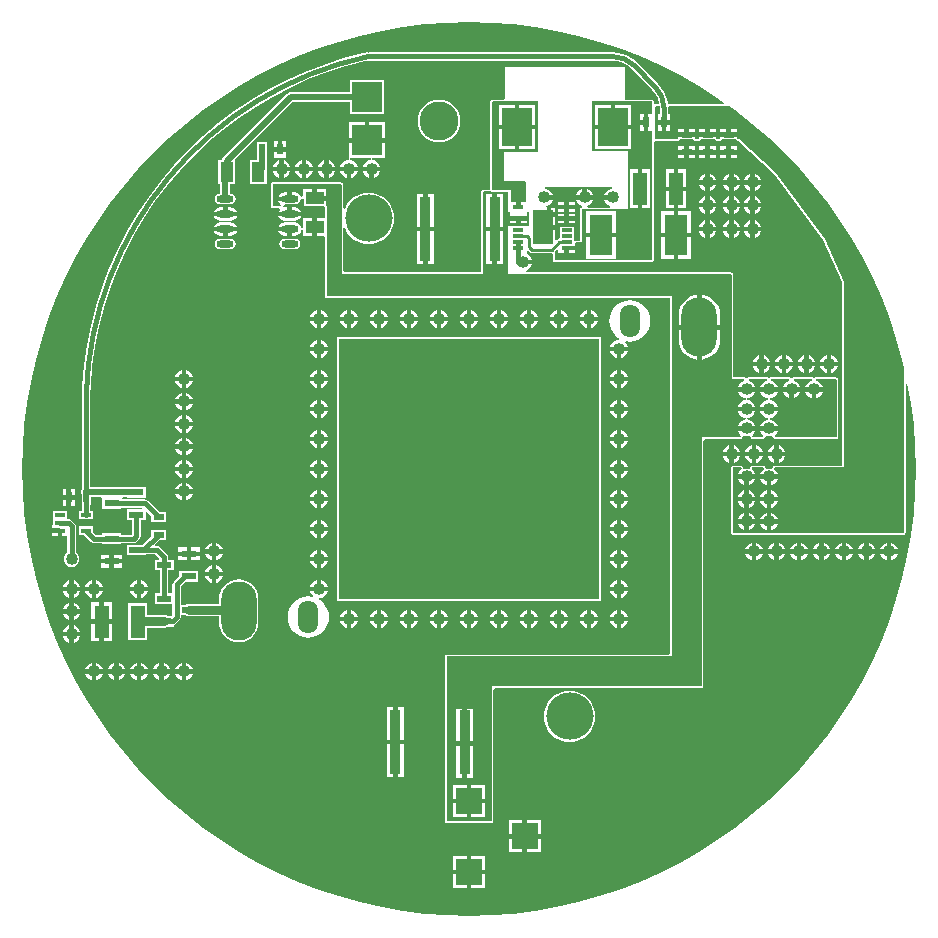
<source format=gtl>
G04 Layer_Physical_Order=1*
G04 Layer_Color=255*
%FSLAX24Y24*%
%MOIN*%
G70*
G01*
G75*
%ADD10C,0.0150*%
%ADD11R,0.0591X0.0394*%
%ADD12O,0.0571X0.0236*%
%ADD13R,0.0197X0.0354*%
%ADD14R,0.0354X0.0197*%
%ADD15R,0.0374X0.2126*%
%ADD16R,0.0492X0.1102*%
%ADD17R,0.0768X0.1378*%
%ADD18R,0.0354X0.0118*%
%ADD19R,0.0650X0.1122*%
%ADD20R,0.0984X0.1260*%
%ADD21R,0.0512X0.0236*%
%ADD22R,0.0354X0.0157*%
%ADD23O,0.1181X0.1969*%
%ADD24R,0.8661X0.8661*%
%ADD25R,0.0433X0.0669*%
%ADD26R,0.1000X0.1000*%
%ADD27C,0.0200*%
%ADD28C,0.0100*%
%ADD29C,0.0300*%
%ADD30O,0.0669X0.1102*%
%ADD31R,0.0866X0.0866*%
%ADD32C,0.0400*%
%ADD33C,0.0217*%
%ADD34C,0.1575*%
%ADD35C,0.1300*%
G36*
X2300Y12250D02*
X2300Y10550D01*
X1150Y10550D01*
X1150Y9600D01*
X1865Y9600D01*
X1900Y9565D01*
X1900Y8933D01*
X1865Y8898D01*
X1718D01*
Y8739D01*
X1568D01*
Y8898D01*
X1400D01*
Y9300D01*
X763D01*
X750Y9305D01*
Y12215D01*
X785Y12250D01*
X2300Y12250D01*
D02*
G37*
G36*
X4780Y9350D02*
X4722Y9342D01*
X4649Y9312D01*
X4586Y9264D01*
X4538Y9201D01*
X4508Y9128D01*
X4507Y9125D01*
X4800D01*
Y8975D01*
X4507D01*
X4508Y8972D01*
X4538Y8899D01*
X4586Y8836D01*
X4649Y8788D01*
X4704Y8765D01*
X4694Y8715D01*
X3956D01*
X3946Y8765D01*
X4001Y8788D01*
X4064Y8836D01*
X4112Y8899D01*
X4142Y8972D01*
X4143Y8975D01*
X3557D01*
X3558Y8972D01*
X3588Y8899D01*
X3636Y8836D01*
X3699Y8788D01*
X3754Y8765D01*
X3751Y8724D01*
X3747Y8714D01*
X3704Y8696D01*
X3685Y8650D01*
X3685Y7615D01*
X3572D01*
X3552Y7607D01*
X3544Y7605D01*
X3494Y7630D01*
Y8071D01*
X3020D01*
Y7718D01*
X3008Y7670D01*
X2965Y7661D01*
X2929Y7637D01*
X2929Y7637D01*
X2926Y7635D01*
X2912Y7636D01*
X2875Y7654D01*
Y7975D01*
X2450D01*
Y8125D01*
X2875D01*
Y8408D01*
X2667D01*
Y8483D01*
X2592D01*
Y8711D01*
X2590D01*
X2578Y8758D01*
X2651Y8788D01*
X2714Y8836D01*
X2762Y8899D01*
X2792Y8972D01*
X2793Y8975D01*
X2500D01*
Y9125D01*
X2793D01*
X2792Y9128D01*
X2762Y9201D01*
X2714Y9264D01*
X2651Y9312D01*
X2578Y9342D01*
X2520Y9350D01*
X2523Y9400D01*
X4777D01*
X4780Y9350D01*
D02*
G37*
G36*
X6100Y11827D02*
X5980D01*
Y11550D01*
Y11273D01*
X6100D01*
Y8250D01*
Y6950D01*
X2850D01*
Y7241D01*
X2934Y7325D01*
X2980Y7306D01*
Y7202D01*
X3182D01*
Y7361D01*
X3257D01*
Y7436D01*
X3534D01*
Y7520D01*
X3572Y7550D01*
X3750D01*
X3750Y8650D01*
X5300D01*
Y10600D01*
X4100D01*
Y12250D01*
X6100D01*
Y11827D01*
D02*
G37*
G36*
X-4276Y9491D02*
X-4259Y9474D01*
X-4250Y9452D01*
Y9414D01*
X-4250Y8583D01*
Y8583D01*
Y7321D01*
X-4250Y6600D01*
Y6500D01*
X450D01*
Y6600D01*
X450Y8533D01*
Y9202D01*
X459Y9224D01*
X476Y9241D01*
X498Y9250D01*
X720D01*
X725Y9245D01*
X738Y9240D01*
X751Y9240D01*
X763Y9235D01*
X1300D01*
X1300Y8550D01*
X1355D01*
X1366Y8504D01*
X1366Y8500D01*
Y8420D01*
X1920D01*
Y8500D01*
X1931Y8550D01*
X2000D01*
Y8135D01*
X1965Y8100D01*
X1300Y8100D01*
X1300Y6500D01*
X8702Y6500D01*
X8724Y6491D01*
X8741Y6474D01*
X8750Y6452D01*
X8750Y5266D01*
X8750Y3000D01*
X9173D01*
X9182Y2986D01*
X9178Y2971D01*
X9161Y2938D01*
X9099Y2912D01*
X9036Y2864D01*
X8988Y2801D01*
X8958Y2728D01*
X8957Y2725D01*
X9543D01*
X9542Y2728D01*
X9512Y2801D01*
X9464Y2864D01*
X9401Y2912D01*
X9339Y2938D01*
X9322Y2971D01*
X9318Y2986D01*
X9327Y3000D01*
X9923D01*
X9932Y2986D01*
X9928Y2972D01*
X9911Y2938D01*
X9849Y2912D01*
X9786Y2864D01*
X9738Y2801D01*
X9708Y2728D01*
X9707Y2725D01*
X10293D01*
X10292Y2728D01*
X10262Y2801D01*
X10214Y2864D01*
X10151Y2912D01*
X10089Y2938D01*
X10072Y2972D01*
X10068Y2986D01*
X10077Y3000D01*
X10344D01*
X10673Y3000D01*
X10682Y2986D01*
X10678Y2972D01*
X10661Y2938D01*
X10599Y2912D01*
X10536Y2864D01*
X10488Y2801D01*
X10458Y2728D01*
X10457Y2725D01*
X11043D01*
X11042Y2728D01*
X11012Y2801D01*
X10964Y2864D01*
X10901Y2912D01*
X10839Y2938D01*
X10822Y2971D01*
X10818Y2986D01*
X10827Y3000D01*
X11423D01*
X11432Y2986D01*
X11428Y2972D01*
X11411Y2938D01*
X11349Y2912D01*
X11286Y2864D01*
X11238Y2801D01*
X11208Y2728D01*
X11207Y2725D01*
X11793D01*
X11792Y2728D01*
X11762Y2801D01*
X11714Y2864D01*
X11651Y2912D01*
X11589Y2938D01*
X11572Y2971D01*
X11568Y2986D01*
X11577Y3000D01*
X12202D01*
X12224Y2991D01*
X12241Y2974D01*
X12250Y2952D01*
X12250Y1063D01*
X12246Y1054D01*
X12237Y1050D01*
X10227D01*
X10199Y1078D01*
X10207Y1131D01*
X10214Y1136D01*
X10262Y1199D01*
X10292Y1272D01*
X10293Y1275D01*
X9707D01*
X9708Y1272D01*
X9738Y1199D01*
X9786Y1136D01*
X9793Y1131D01*
X9801Y1078D01*
X9773Y1050D01*
X9477D01*
X9449Y1078D01*
X9457Y1131D01*
X9464Y1136D01*
X9512Y1199D01*
X9542Y1272D01*
X9543Y1275D01*
X8957D01*
X8958Y1272D01*
X8988Y1199D01*
X9036Y1136D01*
X9043Y1131D01*
X9051Y1078D01*
X9023Y1050D01*
X7850D01*
X7750D01*
Y950D01*
X7750Y-5087D01*
X7750Y-7202D01*
X7741Y-7224D01*
X7724Y-7241D01*
X7702Y-7250D01*
X5926Y-7250D01*
X850Y-7250D01*
X750D01*
Y-7350D01*
X750Y-10577D01*
X750Y-11702D01*
X741Y-11724D01*
X724Y-11741D01*
X702Y-11750D01*
X-737Y-11750D01*
X-746Y-11746D01*
X-750Y-11737D01*
X-750Y-8870D01*
Y-6263D01*
X-746Y-6254D01*
X-737Y-6250D01*
X6750D01*
Y-6150D01*
X6750Y1034D01*
X6750Y5750D01*
X-696Y5750D01*
X-4702D01*
X-4724Y5759D01*
X-4741Y5776D01*
X-4750Y5798D01*
X-4750Y7518D01*
Y7745D01*
X-4750Y8374D01*
Y8374D01*
Y8718D01*
Y8750D01*
X-4755D01*
Y8947D01*
X-5150D01*
Y9022D01*
X-5225D01*
Y9319D01*
X-5545D01*
Y9105D01*
X-5587Y9072D01*
X-5604Y9085D01*
X-5604Y9085D01*
Y9085D01*
X-5653Y9157D01*
X-5725Y9205D01*
X-5810Y9222D01*
X-5902D01*
Y9000D01*
X-5977D01*
Y8925D01*
X-6352D01*
X-6350Y8915D01*
X-6302Y8843D01*
X-6259Y8814D01*
X-6259Y8757D01*
X-6270Y8750D01*
X-6537D01*
X-6546Y8754D01*
X-6550Y8763D01*
Y9487D01*
X-6546Y9496D01*
X-6537Y9500D01*
X-4298Y9500D01*
X-4276Y9491D01*
D02*
G37*
G36*
X731Y14872D02*
X1459Y14818D01*
X2185Y14728D01*
X2905Y14603D01*
X3618Y14443D01*
X4322Y14248D01*
X5016Y14019D01*
X5698Y13756D01*
X6366Y13460D01*
X7019Y13131D01*
X7655Y12771D01*
X8272Y12380D01*
X8510Y12213D01*
X8495Y12165D01*
X6666Y12165D01*
X6659Y12168D01*
X6621Y12200D01*
X6620Y12219D01*
X6578Y12392D01*
X6510Y12557D01*
X6416Y12710D01*
X6300Y12846D01*
X6300Y12845D01*
X5590Y13554D01*
X5591Y13555D01*
X5455Y13671D01*
X5303Y13764D01*
X5138Y13833D01*
X4964Y13874D01*
X4786Y13888D01*
Y13888D01*
X-3350D01*
X-3378Y13882D01*
X-3379Y13883D01*
X-3532Y13853D01*
X-4187Y13684D01*
X-4832Y13478D01*
X-5463Y13237D01*
X-6080Y12961D01*
X-6681Y12651D01*
X-7264Y12307D01*
X-7826Y11932D01*
X-8366Y11525D01*
X-8883Y11089D01*
X-9374Y10624D01*
X-9839Y10133D01*
X-10275Y9616D01*
X-10682Y9076D01*
X-11057Y8514D01*
X-11401Y7931D01*
X-11711Y7330D01*
X-11987Y6713D01*
X-12228Y6082D01*
X-12434Y5437D01*
X-12603Y4782D01*
X-12735Y4119D01*
X-12829Y3450D01*
X-12886Y2776D01*
X-12894Y2507D01*
X-12895Y2497D01*
X-12895Y2497D01*
X-12898Y2447D01*
X-12898Y2447D01*
X-12898Y2402D01*
Y-658D01*
X-12918Y-688D01*
X-12930Y-750D01*
X-12918Y-812D01*
X-12913Y-819D01*
Y-1187D01*
X-12905D01*
Y-1405D01*
X-13004D01*
Y-1683D01*
X-12530D01*
Y-1405D01*
X-12629D01*
Y-1187D01*
X-12596D01*
Y-939D01*
X-12266D01*
X-12229Y-972D01*
X-12229Y-989D01*
Y-1328D01*
X-11597D01*
Y-1288D01*
X-10899D01*
X-10893Y-1296D01*
X-10920Y-1346D01*
X-11403D01*
Y-1702D01*
X-11224D01*
Y-2180D01*
X-11233Y-2188D01*
X-11597D01*
Y-2148D01*
X-12229D01*
Y-2188D01*
X-12440D01*
X-12530Y-2098D01*
Y-1917D01*
X-13004D01*
Y-2195D01*
X-12823D01*
X-12594Y-2423D01*
X-12550Y-2453D01*
X-12497Y-2464D01*
X-12229D01*
Y-2504D01*
X-11597D01*
Y-2464D01*
X-11176D01*
X-11123Y-2453D01*
X-11079Y-2423D01*
X-10989Y-2334D01*
X-10959Y-2289D01*
X-10949Y-2237D01*
Y-1702D01*
X-10771D01*
Y-1444D01*
X-10725Y-1425D01*
X-10587Y-1562D01*
Y-1763D01*
X-10113D01*
Y-1446D01*
X-10314D01*
X-10707Y-1053D01*
X-10752Y-1023D01*
X-10805Y-1012D01*
X-11562D01*
X-11569Y-1005D01*
X-11571Y-968D01*
X-11546Y-939D01*
X-11403D01*
Y-954D01*
X-10771D01*
Y-598D01*
X-11403D01*
Y-613D01*
X-12623D01*
Y2441D01*
X-12620Y2443D01*
X-12619Y2488D01*
X-12619Y2493D01*
X-12611Y2761D01*
X-12556Y3419D01*
X-12463Y4073D01*
X-12335Y4721D01*
X-12169Y5361D01*
X-11969Y5991D01*
X-11733Y6608D01*
X-11463Y7211D01*
X-11160Y7798D01*
X-10824Y8367D01*
X-10457Y8917D01*
X-10060Y9445D01*
X-9634Y9949D01*
X-9180Y10430D01*
X-8699Y10884D01*
X-8195Y11310D01*
X-7667Y11707D01*
X-7117Y12074D01*
X-6548Y12410D01*
X-5961Y12713D01*
X-5358Y12983D01*
X-4741Y13219D01*
X-4111Y13419D01*
X-3471Y13585D01*
X-3331Y13612D01*
X4786D01*
X4792Y13614D01*
X4954Y13598D01*
X5117Y13548D01*
X5266Y13469D01*
X5359Y13392D01*
X5396Y13360D01*
X5396Y13360D01*
X5396Y13360D01*
X5431Y13324D01*
X6105Y12650D01*
X6110Y12647D01*
X6214Y12521D01*
X6294Y12371D01*
X6341Y12215D01*
X6329Y12186D01*
X6310Y12165D01*
X6235D01*
X6215Y12156D01*
X6165Y12187D01*
Y12250D01*
X6146Y12296D01*
X6100Y12315D01*
X5200D01*
Y13400D01*
X1200D01*
Y12350D01*
X1165Y12315D01*
X785D01*
X739Y12296D01*
X704Y12261D01*
X685Y12215D01*
Y9315D01*
X498D01*
X486Y9310D01*
X473D01*
X451Y9301D01*
X442Y9292D01*
X430Y9287D01*
X413Y9270D01*
X408Y9258D01*
X399Y9249D01*
X390Y9227D01*
Y9214D01*
X385Y9202D01*
Y8533D01*
X385Y6615D01*
X350Y6565D01*
X-4150D01*
X-4185Y6615D01*
X-4185Y7321D01*
Y8017D01*
X-4137Y8024D01*
X-4058Y7877D01*
X-3952Y7748D01*
X-3823Y7642D01*
X-3676Y7563D01*
X-3516Y7515D01*
X-3350Y7498D01*
X-3184Y7515D01*
X-3024Y7563D01*
X-2877Y7642D01*
X-2748Y7748D01*
X-2642Y7877D01*
X-2563Y8024D01*
X-2515Y8184D01*
X-2499Y8350D01*
X-2515Y8516D01*
X-2563Y8676D01*
X-2642Y8823D01*
X-2748Y8952D01*
X-2877Y9058D01*
X-3024Y9137D01*
X-3184Y9185D01*
X-3350Y9201D01*
X-3516Y9185D01*
X-3676Y9137D01*
X-3823Y9058D01*
X-3952Y8952D01*
X-4058Y8823D01*
X-4137Y8676D01*
X-4185Y8689D01*
X-4185Y9452D01*
X-4190Y9464D01*
Y9477D01*
X-4199Y9499D01*
X-4208Y9508D01*
X-4213Y9520D01*
X-4230Y9537D01*
X-4242Y9542D01*
X-4251Y9551D01*
X-4273Y9560D01*
X-4286D01*
X-4298Y9565D01*
X-6537Y9565D01*
X-6549Y9560D01*
X-6562Y9560D01*
X-6571Y9556D01*
X-6580Y9547D01*
X-6583Y9546D01*
X-6584Y9543D01*
X-6593Y9534D01*
X-6596Y9533D01*
X-6597Y9530D01*
X-6606Y9521D01*
X-6610Y9512D01*
X-6610Y9499D01*
X-6615Y9487D01*
Y8763D01*
X-6610Y8751D01*
X-6610Y8738D01*
X-6606Y8729D01*
X-6597Y8720D01*
X-6596Y8717D01*
X-6593Y8716D01*
X-6584Y8707D01*
X-6583Y8704D01*
X-6580Y8703D01*
X-6571Y8694D01*
X-6562Y8690D01*
X-6549Y8690D01*
X-6537Y8685D01*
X-6343D01*
X-6317Y8635D01*
X-6350Y8585D01*
X-6352Y8575D01*
X-6052D01*
Y8722D01*
X-6144D01*
X-6153Y8721D01*
X-6176Y8735D01*
X-6194Y8763D01*
X-6194Y8777D01*
X-6146Y8819D01*
X-6144Y8818D01*
X-5810D01*
X-5740Y8832D01*
X-5681Y8872D01*
X-5642Y8931D01*
X-5634Y8970D01*
X-5632Y8975D01*
X-5598Y9005D01*
X-5594Y9006D01*
X-5579Y9009D01*
X-5576Y9008D01*
X-5562Y9017D01*
X-5555Y9019D01*
X-5523Y9003D01*
X-5505Y8990D01*
Y8766D01*
X-4820D01*
Y8750D01*
X-4815Y8739D01*
Y8374D01*
X-5075D01*
Y8078D01*
Y7781D01*
X-4850D01*
X-4815Y7745D01*
Y7518D01*
X-4815Y5798D01*
X-4810Y5786D01*
Y5773D01*
X-4801Y5751D01*
X-4792Y5742D01*
X-4787Y5730D01*
X-4770Y5713D01*
X-4758Y5708D01*
X-4749Y5699D01*
X-4727Y5690D01*
X-4714D01*
X-4702Y5685D01*
X-696D01*
X6685Y5685D01*
X6685Y1034D01*
X6685Y-6135D01*
X6650Y-6185D01*
X-737D01*
X-749Y-6190D01*
X-762Y-6190D01*
X-771Y-6194D01*
X-780Y-6203D01*
X-783Y-6204D01*
X-784Y-6207D01*
X-793Y-6216D01*
X-796Y-6217D01*
X-797Y-6220D01*
X-806Y-6229D01*
X-810Y-6238D01*
X-810Y-6251D01*
X-815Y-6263D01*
Y-8870D01*
X-815Y-11737D01*
X-810Y-11749D01*
X-810Y-11762D01*
X-806Y-11771D01*
X-797Y-11780D01*
X-796Y-11783D01*
X-793Y-11784D01*
X-784Y-11793D01*
X-783Y-11796D01*
X-780Y-11797D01*
X-771Y-11806D01*
X-762Y-11810D01*
X-749Y-11810D01*
X-737Y-11815D01*
X702Y-11815D01*
X714Y-11810D01*
X727D01*
X749Y-11801D01*
X758Y-11792D01*
X770Y-11787D01*
X787Y-11770D01*
X792Y-11758D01*
X801Y-11749D01*
X810Y-11727D01*
Y-11714D01*
X815Y-11702D01*
X815Y-10577D01*
X815Y-7365D01*
X836Y-7336D01*
X865Y-7315D01*
X5926Y-7315D01*
X7702Y-7315D01*
X7714Y-7310D01*
X7727D01*
X7749Y-7301D01*
X7758Y-7292D01*
X7770Y-7287D01*
X7787Y-7270D01*
X7792Y-7258D01*
X7801Y-7249D01*
X7810Y-7227D01*
Y-7214D01*
X7815Y-7202D01*
X7815Y-5087D01*
X7815Y935D01*
X7850Y985D01*
X9023D01*
X9046Y994D01*
X9068Y1004D01*
X9097Y1031D01*
X9099Y1036D01*
X9104Y1039D01*
X9108Y1058D01*
X9116Y1076D01*
X9116Y1077D01*
X9134Y1092D01*
X9142Y1097D01*
X9163Y1104D01*
X9182Y1097D01*
X9250Y1088D01*
X9318Y1097D01*
X9337Y1104D01*
X9358Y1097D01*
X9366Y1092D01*
X9384Y1077D01*
X9384Y1076D01*
X9392Y1058D01*
X9396Y1039D01*
X9401Y1036D01*
X9403Y1031D01*
X9432Y1004D01*
X9454Y994D01*
X9477Y985D01*
X9773D01*
X9796Y994D01*
X9818Y1004D01*
X9847Y1031D01*
X9849Y1036D01*
X9854Y1039D01*
X9858Y1058D01*
X9866Y1076D01*
X9866Y1077D01*
X9884Y1092D01*
X9892Y1097D01*
X9913Y1104D01*
X9932Y1097D01*
X10000Y1088D01*
X10068Y1097D01*
X10087Y1104D01*
X10108Y1097D01*
X10116Y1092D01*
X10134Y1077D01*
X10134Y1076D01*
X10142Y1058D01*
X10146Y1039D01*
X10151Y1036D01*
X10153Y1031D01*
X10182Y1004D01*
X10204Y994D01*
X10227Y985D01*
X12237D01*
X12249Y990D01*
X12262Y990D01*
X12271Y994D01*
X12280Y1003D01*
X12283Y1004D01*
X12284Y1007D01*
X12293Y1016D01*
X12296Y1017D01*
X12297Y1020D01*
X12306Y1029D01*
X12310Y1038D01*
X12310Y1051D01*
X12315Y1063D01*
X12315Y2952D01*
X12310Y2964D01*
Y2977D01*
X12301Y2999D01*
X12292Y3008D01*
X12287Y3020D01*
X12270Y3037D01*
X12258Y3042D01*
X12249Y3051D01*
X12227Y3060D01*
X12214D01*
X12202Y3065D01*
X11577D01*
X11570Y3062D01*
X11563Y3063D01*
X11548Y3053D01*
X11531Y3046D01*
X11530Y3043D01*
X11511Y3038D01*
X11500Y3037D01*
X11489Y3038D01*
X11470Y3043D01*
X11469Y3046D01*
X11452Y3053D01*
X11438Y3063D01*
X11430Y3062D01*
X11423Y3065D01*
X10827D01*
X10820Y3062D01*
X10813Y3063D01*
X10798Y3053D01*
X10781Y3046D01*
X10780Y3043D01*
X10761Y3038D01*
X10750Y3037D01*
X10739Y3037D01*
X10720Y3043D01*
X10719Y3046D01*
X10702Y3053D01*
X10688Y3063D01*
X10680Y3062D01*
X10673Y3065D01*
X10344Y3065D01*
X10077D01*
X10070Y3062D01*
X10062Y3063D01*
X10048Y3053D01*
X10031Y3046D01*
X10030Y3043D01*
X10011Y3037D01*
X10000Y3037D01*
X9989Y3037D01*
X9970Y3043D01*
X9969Y3046D01*
X9952Y3053D01*
X9938Y3063D01*
X9930Y3062D01*
X9923Y3065D01*
X9327D01*
X9320Y3062D01*
X9312Y3063D01*
X9298Y3053D01*
X9281Y3046D01*
X9280Y3043D01*
X9261Y3037D01*
X9250Y3037D01*
X9239Y3037D01*
X9220Y3043D01*
X9219Y3046D01*
X9202Y3053D01*
X9188Y3063D01*
X9180Y3062D01*
X9173Y3065D01*
X8815D01*
X8815Y5266D01*
X8815Y6452D01*
X8810Y6464D01*
Y6477D01*
X8801Y6499D01*
X8792Y6508D01*
X8787Y6520D01*
X8770Y6537D01*
X8758Y6542D01*
X8749Y6551D01*
X8727Y6560D01*
X8714D01*
X8702Y6565D01*
X1906Y6565D01*
X1896Y6615D01*
X1951Y6638D01*
X2014Y6686D01*
X2062Y6749D01*
X2092Y6822D01*
X2093Y6825D01*
X1800D01*
Y6975D01*
X2093D01*
X2092Y6978D01*
X2062Y7051D01*
X2014Y7114D01*
X1951Y7162D01*
X1948Y7163D01*
X1920Y7202D01*
Y7251D01*
X1970Y7271D01*
X2021Y7221D01*
X2021Y7221D01*
X2057Y7196D01*
X2100Y7188D01*
X2750D01*
X2750Y7188D01*
X2785Y7159D01*
Y6950D01*
X2804Y6904D01*
X2850Y6885D01*
X6100D01*
X6146Y6904D01*
X6165Y6950D01*
Y8250D01*
Y10913D01*
X6215Y10944D01*
X6235Y10935D01*
X6973Y10935D01*
X7019Y10954D01*
X7032Y10987D01*
X7468D01*
X7481Y10954D01*
X7527Y10935D01*
X7673D01*
X7719Y10954D01*
X7732Y10987D01*
X8187D01*
X8187Y10987D01*
Y10987D01*
X8224Y10959D01*
X8236Y10950D01*
X8257Y10943D01*
X8277Y10935D01*
X8373D01*
X8419Y10954D01*
X8432Y10987D01*
X8884D01*
X8917Y10954D01*
X8963Y10935D01*
X8975D01*
X10151Y9843D01*
X11794Y7617D01*
X12437Y6221D01*
X12435Y5800D01*
X12435Y5800D01*
X12435Y5800D01*
X12435Y5250D01*
X12435Y4350D01*
X12435Y3750D01*
X12435Y115D01*
X10184Y115D01*
X10170Y109D01*
X10155Y108D01*
X10148Y100D01*
X10138Y96D01*
X10132Y82D01*
X10122Y71D01*
X10112Y39D01*
X10079Y12D01*
X10056Y5D01*
X10000Y12D01*
X9944Y5D01*
X9921Y12D01*
X9888Y39D01*
X9878Y71D01*
X9868Y82D01*
X9862Y96D01*
X9852Y100D01*
X9845Y108D01*
X9830Y109D01*
X9816Y115D01*
X9434D01*
X9420Y109D01*
X9405Y108D01*
X9398Y100D01*
X9388Y96D01*
X9382Y82D01*
X9372Y71D01*
X9362Y39D01*
X9329Y12D01*
X9306Y5D01*
X9250Y12D01*
X9194Y5D01*
X9171Y12D01*
X9138Y39D01*
X9128Y71D01*
X9118Y82D01*
X9112Y96D01*
X9102Y100D01*
X9095Y108D01*
X9080Y109D01*
X9066Y115D01*
X8813D01*
X8767Y96D01*
X8748Y50D01*
X8748Y-2150D01*
X8767Y-2196D01*
X8813Y-2215D01*
X14465Y-2215D01*
X14511Y-2196D01*
X14546Y-2161D01*
X14565Y-2115D01*
X14565Y2500D01*
X14565Y2834D01*
X14615Y2838D01*
X14728Y2185D01*
X14818Y1459D01*
X14872Y731D01*
X14889Y0D01*
X14872Y-731D01*
X14818Y-1459D01*
X14728Y-2185D01*
X14603Y-2905D01*
X14443Y-3618D01*
X14248Y-4322D01*
X14019Y-5016D01*
X13756Y-5698D01*
X13460Y-6366D01*
X13131Y-7019D01*
X12771Y-7655D01*
X12380Y-8272D01*
X11959Y-8870D01*
X11510Y-9446D01*
X11032Y-9999D01*
X10528Y-10528D01*
X9999Y-11032D01*
X9446Y-11510D01*
X8870Y-11959D01*
X8272Y-12380D01*
X7655Y-12771D01*
X7019Y-13131D01*
X6366Y-13460D01*
X5698Y-13756D01*
X5016Y-14019D01*
X4322Y-14248D01*
X3618Y-14443D01*
X2905Y-14603D01*
X2185Y-14728D01*
X1459Y-14818D01*
X731Y-14872D01*
X0Y-14889D01*
X-731Y-14872D01*
X-1459Y-14818D01*
X-2185Y-14728D01*
X-2905Y-14603D01*
X-3618Y-14443D01*
X-4322Y-14248D01*
X-5016Y-14019D01*
X-5698Y-13756D01*
X-6366Y-13460D01*
X-7019Y-13131D01*
X-7655Y-12771D01*
X-8272Y-12380D01*
X-8870Y-11959D01*
X-9446Y-11510D01*
X-9999Y-11032D01*
X-10528Y-10528D01*
X-11032Y-9999D01*
X-11510Y-9446D01*
X-11959Y-8870D01*
X-12380Y-8272D01*
X-12771Y-7655D01*
X-13131Y-7019D01*
X-13460Y-6366D01*
X-13756Y-5698D01*
X-14019Y-5016D01*
X-14248Y-4322D01*
X-14443Y-3618D01*
X-14603Y-2905D01*
X-14728Y-2185D01*
X-14818Y-1459D01*
X-14872Y-731D01*
X-14889Y0D01*
X-14872Y731D01*
X-14818Y1459D01*
X-14728Y2185D01*
X-14603Y2905D01*
X-14443Y3618D01*
X-14248Y4322D01*
X-14019Y5016D01*
X-13756Y5698D01*
X-13460Y6366D01*
X-13131Y7019D01*
X-12771Y7655D01*
X-12380Y8272D01*
X-11959Y8870D01*
X-11510Y9446D01*
X-11032Y9999D01*
X-10528Y10528D01*
X-9999Y11032D01*
X-9446Y11510D01*
X-8870Y11959D01*
X-8272Y12380D01*
X-7655Y12771D01*
X-7019Y13131D01*
X-6366Y13460D01*
X-5698Y13756D01*
X-5016Y14019D01*
X-4322Y14248D01*
X-3618Y14443D01*
X-2905Y14603D01*
X-2185Y14728D01*
X-1459Y14818D01*
X-731Y14872D01*
X0Y14889D01*
X731Y14872D01*
D02*
G37*
G36*
X8870Y11959D02*
X9446Y11510D01*
X9999Y11032D01*
X10528Y10528D01*
X11032Y9999D01*
X11510Y9446D01*
X11959Y8870D01*
X12380Y8272D01*
X12771Y7655D01*
X13131Y7019D01*
X13460Y6366D01*
X13756Y5698D01*
X14019Y5016D01*
X14248Y4322D01*
X14443Y3618D01*
X14500Y3365D01*
X14500Y2500D01*
X14500Y-2115D01*
X14465Y-2150D01*
X8813Y-2150D01*
X8813Y50D01*
X9066D01*
X9083Y-0D01*
X9036Y-36D01*
X8988Y-99D01*
X8958Y-172D01*
X8957Y-175D01*
X9543D01*
X9542Y-172D01*
X9512Y-99D01*
X9464Y-36D01*
X9417Y-0D01*
X9434Y50D01*
X9816D01*
X9833Y-0D01*
X9786Y-36D01*
X9738Y-99D01*
X9708Y-172D01*
X9707Y-175D01*
X10293D01*
X10292Y-172D01*
X10262Y-99D01*
X10214Y-36D01*
X10167Y-0D01*
X10184Y50D01*
X12500Y50D01*
X12500Y3750D01*
X12500Y4350D01*
X12500Y5250D01*
X12500Y5800D01*
X12502Y6235D01*
X11851Y7650D01*
X10200Y9887D01*
X9000Y11000D01*
X8963D01*
X8927Y11035D01*
Y11070D01*
X8373D01*
Y11000D01*
X8277D01*
X8227Y11041D01*
Y11070D01*
X7673D01*
Y11000D01*
X7527D01*
Y11070D01*
X6973D01*
Y11000D01*
X6235Y11000D01*
X6200Y11035D01*
X6200Y12065D01*
X6235Y12100D01*
X6354D01*
X6359Y12047D01*
X6358Y12041D01*
Y11827D01*
X6297D01*
Y11625D01*
X6694D01*
Y11827D01*
X6633D01*
Y12041D01*
X6634D01*
X6632Y12063D01*
X6666Y12100D01*
X8670Y12100D01*
X8870Y11959D01*
D02*
G37*
%LPC*%
G36*
X12425Y-2457D02*
X12422Y-2458D01*
X12349Y-2488D01*
X12286Y-2536D01*
X12238Y-2599D01*
X12208Y-2672D01*
X12207Y-2675D01*
X12425D01*
Y-2457D01*
D02*
G37*
G36*
X13325D02*
Y-2675D01*
X13543D01*
X13542Y-2672D01*
X13512Y-2599D01*
X13464Y-2536D01*
X13401Y-2488D01*
X13328Y-2458D01*
X13325Y-2457D01*
D02*
G37*
G36*
X13175D02*
X13172Y-2458D01*
X13099Y-2488D01*
X13036Y-2536D01*
X12988Y-2599D01*
X12958Y-2672D01*
X12957Y-2675D01*
X13175D01*
Y-2457D01*
D02*
G37*
G36*
X12575D02*
Y-2675D01*
X12793D01*
X12792Y-2672D01*
X12762Y-2599D01*
X12714Y-2536D01*
X12651Y-2488D01*
X12578Y-2458D01*
X12575Y-2457D01*
D02*
G37*
G36*
X10175D02*
X10172Y-2458D01*
X10099Y-2488D01*
X10036Y-2536D01*
X9988Y-2599D01*
X9958Y-2672D01*
X9957Y-2675D01*
X10175D01*
Y-2457D01*
D02*
G37*
G36*
X10325D02*
Y-2675D01*
X10543D01*
X10542Y-2672D01*
X10512Y-2599D01*
X10464Y-2536D01*
X10401Y-2488D01*
X10328Y-2458D01*
X10325Y-2457D01*
D02*
G37*
G36*
X9425D02*
X9422Y-2458D01*
X9349Y-2488D01*
X9286Y-2536D01*
X9238Y-2599D01*
X9208Y-2672D01*
X9207Y-2675D01*
X9425D01*
Y-2457D01*
D02*
G37*
G36*
X9575D02*
Y-2675D01*
X9793D01*
X9792Y-2672D01*
X9762Y-2599D01*
X9714Y-2536D01*
X9651Y-2488D01*
X9578Y-2458D01*
X9575Y-2457D01*
D02*
G37*
G36*
X11675D02*
X11672Y-2458D01*
X11599Y-2488D01*
X11536Y-2536D01*
X11488Y-2599D01*
X11458Y-2672D01*
X11457Y-2675D01*
X11675D01*
Y-2457D01*
D02*
G37*
G36*
X11825D02*
Y-2675D01*
X12043D01*
X12042Y-2672D01*
X12012Y-2599D01*
X11964Y-2536D01*
X11901Y-2488D01*
X11828Y-2458D01*
X11825Y-2457D01*
D02*
G37*
G36*
X10925D02*
X10922Y-2458D01*
X10849Y-2488D01*
X10786Y-2536D01*
X10738Y-2599D01*
X10708Y-2672D01*
X10707Y-2675D01*
X10925D01*
Y-2457D01*
D02*
G37*
G36*
X11075D02*
Y-2675D01*
X11293D01*
X11292Y-2672D01*
X11262Y-2599D01*
X11214Y-2536D01*
X11151Y-2488D01*
X11078Y-2458D01*
X11075Y-2457D01*
D02*
G37*
G36*
X13925D02*
X13922Y-2458D01*
X13849Y-2488D01*
X13786Y-2536D01*
X13738Y-2599D01*
X13708Y-2672D01*
X13707Y-2675D01*
X13925D01*
Y-2457D01*
D02*
G37*
G36*
X-5075Y-1707D02*
X-5078Y-1708D01*
X-5151Y-1738D01*
X-5214Y-1786D01*
X-5262Y-1849D01*
X-5292Y-1922D01*
X-5293Y-1925D01*
X-5075D01*
Y-1707D01*
D02*
G37*
G36*
X10293Y-1825D02*
X10075D01*
Y-2043D01*
X10078Y-2042D01*
X10151Y-2012D01*
X10214Y-1964D01*
X10262Y-1901D01*
X10292Y-1828D01*
X10293Y-1825D01*
D02*
G37*
G36*
X9925D02*
X9707D01*
X9708Y-1828D01*
X9738Y-1901D01*
X9786Y-1964D01*
X9849Y-2012D01*
X9922Y-2042D01*
X9925Y-2043D01*
Y-1825D01*
D02*
G37*
G36*
X-4925Y-1707D02*
Y-1925D01*
X-4707D01*
X-4708Y-1922D01*
X-4738Y-1849D01*
X-4786Y-1786D01*
X-4849Y-1738D01*
X-4922Y-1708D01*
X-4925Y-1707D01*
D02*
G37*
G36*
X9175Y-1457D02*
X9172Y-1458D01*
X9099Y-1488D01*
X9036Y-1536D01*
X8988Y-1599D01*
X8958Y-1672D01*
X8957Y-1675D01*
X9175D01*
Y-1457D01*
D02*
G37*
G36*
X5075Y-1707D02*
Y-1925D01*
X5293D01*
X5292Y-1922D01*
X5262Y-1849D01*
X5214Y-1786D01*
X5151Y-1738D01*
X5078Y-1708D01*
X5075Y-1707D01*
D02*
G37*
G36*
X4925D02*
X4922Y-1708D01*
X4849Y-1738D01*
X4786Y-1786D01*
X4738Y-1849D01*
X4708Y-1922D01*
X4707Y-1925D01*
X4925D01*
Y-1707D01*
D02*
G37*
G36*
X9543Y-1825D02*
X9325D01*
Y-2043D01*
X9328Y-2042D01*
X9401Y-2012D01*
X9464Y-1964D01*
X9512Y-1901D01*
X9542Y-1828D01*
X9543Y-1825D01*
D02*
G37*
G36*
X-4707Y-2075D02*
X-4925D01*
Y-2293D01*
X-4922Y-2292D01*
X-4849Y-2262D01*
X-4786Y-2214D01*
X-4738Y-2151D01*
X-4708Y-2078D01*
X-4707Y-2075D01*
D02*
G37*
G36*
X-5075D02*
X-5293D01*
X-5292Y-2078D01*
X-5262Y-2151D01*
X-5214Y-2214D01*
X-5151Y-2262D01*
X-5078Y-2292D01*
X-5075Y-2293D01*
Y-2075D01*
D02*
G37*
G36*
X14075Y-2457D02*
Y-2675D01*
X14293D01*
X14292Y-2672D01*
X14262Y-2599D01*
X14214Y-2536D01*
X14151Y-2488D01*
X14078Y-2458D01*
X14075Y-2457D01*
D02*
G37*
G36*
X4925Y-2075D02*
X4707D01*
X4708Y-2078D01*
X4738Y-2151D01*
X4786Y-2214D01*
X4849Y-2262D01*
X4922Y-2292D01*
X4925Y-2293D01*
Y-2075D01*
D02*
G37*
G36*
X9175Y-1825D02*
X8957D01*
X8958Y-1828D01*
X8988Y-1901D01*
X9036Y-1964D01*
X9099Y-2012D01*
X9172Y-2042D01*
X9175Y-2043D01*
Y-1825D01*
D02*
G37*
G36*
X-13708Y-2131D02*
X-13910D01*
Y-2235D01*
X-13708D01*
Y-2131D01*
D02*
G37*
G36*
X5293Y-2075D02*
X5075D01*
Y-2293D01*
X5078Y-2292D01*
X5151Y-2262D01*
X5214Y-2214D01*
X5262Y-2151D01*
X5292Y-2078D01*
X5293Y-2075D01*
D02*
G37*
G36*
X10925Y-2825D02*
X10707D01*
X10708Y-2828D01*
X10738Y-2901D01*
X10786Y-2964D01*
X10849Y-3012D01*
X10922Y-3042D01*
X10925Y-3043D01*
Y-2825D01*
D02*
G37*
G36*
X10543D02*
X10325D01*
Y-3043D01*
X10328Y-3042D01*
X10401Y-3012D01*
X10464Y-2964D01*
X10512Y-2901D01*
X10542Y-2828D01*
X10543Y-2825D01*
D02*
G37*
G36*
X10175D02*
X9957D01*
X9958Y-2828D01*
X9988Y-2901D01*
X10036Y-2964D01*
X10099Y-3012D01*
X10172Y-3042D01*
X10175Y-3043D01*
Y-2825D01*
D02*
G37*
G36*
X11293D02*
X11075D01*
Y-3043D01*
X11078Y-3042D01*
X11151Y-3012D01*
X11214Y-2964D01*
X11262Y-2901D01*
X11292Y-2828D01*
X11293Y-2825D01*
D02*
G37*
G36*
X12425D02*
X12207D01*
X12208Y-2828D01*
X12238Y-2901D01*
X12286Y-2964D01*
X12349Y-3012D01*
X12422Y-3042D01*
X12425Y-3043D01*
Y-2825D01*
D02*
G37*
G36*
X12043D02*
X11825D01*
Y-3043D01*
X11828Y-3042D01*
X11901Y-3012D01*
X11964Y-2964D01*
X12012Y-2901D01*
X12042Y-2828D01*
X12043Y-2825D01*
D02*
G37*
G36*
X11675D02*
X11457D01*
X11458Y-2828D01*
X11488Y-2901D01*
X11536Y-2964D01*
X11599Y-3012D01*
X11672Y-3042D01*
X11675Y-3043D01*
Y-2825D01*
D02*
G37*
G36*
X9793D02*
X9575D01*
Y-3043D01*
X9578Y-3042D01*
X9651Y-3012D01*
X9714Y-2964D01*
X9762Y-2901D01*
X9792Y-2828D01*
X9793Y-2825D01*
D02*
G37*
G36*
X-9412Y-2901D02*
X-9693D01*
Y-3044D01*
X-9412D01*
Y-2901D01*
D02*
G37*
G36*
X-13396Y-1405D02*
X-13870D01*
Y-1877D01*
X-13910D01*
Y-1981D01*
X-13633D01*
Y-2056D01*
X-13558D01*
Y-2235D01*
X-13388D01*
Y-2778D01*
X-13435Y-2815D01*
X-13477Y-2869D01*
X-13503Y-2932D01*
X-13512Y-3000D01*
X-13503Y-3068D01*
X-13477Y-3131D01*
X-13435Y-3185D01*
X-13381Y-3227D01*
X-13318Y-3253D01*
X-13250Y-3262D01*
X-13182Y-3253D01*
X-13119Y-3227D01*
X-13065Y-3185D01*
X-13023Y-3131D01*
X-12997Y-3068D01*
X-12988Y-3000D01*
X-12997Y-2932D01*
X-13023Y-2869D01*
X-13065Y-2815D01*
X-13112Y-2778D01*
Y-1900D01*
X-13123Y-1847D01*
X-13153Y-1803D01*
X-13153Y-1803D01*
X-13253Y-1703D01*
X-13297Y-1673D01*
X-13350Y-1662D01*
X-13396D01*
Y-1405D01*
D02*
G37*
G36*
X-11557Y-3149D02*
X-11838D01*
Y-3292D01*
X-11557D01*
Y-3149D01*
D02*
G37*
G36*
X-8981Y-2901D02*
X-9262D01*
Y-3044D01*
X-8981D01*
Y-2901D01*
D02*
G37*
G36*
X9425Y-2825D02*
X9207D01*
X9208Y-2828D01*
X9238Y-2901D01*
X9286Y-2964D01*
X9349Y-3012D01*
X9422Y-3042D01*
X9425Y-3043D01*
Y-2825D01*
D02*
G37*
G36*
X-8207D02*
X-8425D01*
Y-3043D01*
X-8422Y-3042D01*
X-8349Y-3012D01*
X-8286Y-2964D01*
X-8238Y-2901D01*
X-8208Y-2828D01*
X-8207Y-2825D01*
D02*
G37*
G36*
X-8575D02*
X-8793D01*
X-8792Y-2828D01*
X-8762Y-2901D01*
X-8714Y-2964D01*
X-8651Y-3012D01*
X-8578Y-3042D01*
X-8575Y-3043D01*
Y-2825D01*
D02*
G37*
G36*
X5075Y-2707D02*
Y-2925D01*
X5293D01*
X5292Y-2922D01*
X5262Y-2849D01*
X5214Y-2786D01*
X5151Y-2738D01*
X5078Y-2708D01*
X5075Y-2707D01*
D02*
G37*
G36*
X4925D02*
X4922Y-2708D01*
X4849Y-2738D01*
X4786Y-2786D01*
X4738Y-2849D01*
X4708Y-2922D01*
X4707Y-2925D01*
X4925D01*
Y-2707D01*
D02*
G37*
G36*
X-4925D02*
Y-2925D01*
X-4707D01*
X-4708Y-2922D01*
X-4738Y-2849D01*
X-4786Y-2786D01*
X-4849Y-2738D01*
X-4922Y-2708D01*
X-4925Y-2707D01*
D02*
G37*
G36*
X-9412Y-2608D02*
X-9693D01*
Y-2751D01*
X-9412D01*
Y-2608D01*
D02*
G37*
G36*
X-8425Y-2457D02*
Y-2675D01*
X-8207D01*
X-8208Y-2672D01*
X-8238Y-2599D01*
X-8286Y-2536D01*
X-8349Y-2488D01*
X-8422Y-2458D01*
X-8425Y-2457D01*
D02*
G37*
G36*
X-8575D02*
X-8578Y-2458D01*
X-8651Y-2488D01*
X-8714Y-2536D01*
X-8762Y-2599D01*
X-8792Y-2672D01*
X-8793Y-2675D01*
X-8575D01*
Y-2457D01*
D02*
G37*
G36*
X-8981Y-2608D02*
X-9262D01*
Y-2751D01*
X-8981D01*
Y-2608D01*
D02*
G37*
G36*
X-5075Y-2707D02*
X-5078Y-2708D01*
X-5151Y-2738D01*
X-5214Y-2786D01*
X-5262Y-2849D01*
X-5292Y-2922D01*
X-5293Y-2925D01*
X-5075D01*
Y-2707D01*
D02*
G37*
G36*
X13543Y-2825D02*
X13325D01*
Y-3043D01*
X13328Y-3042D01*
X13401Y-3012D01*
X13464Y-2964D01*
X13512Y-2901D01*
X13542Y-2828D01*
X13543Y-2825D01*
D02*
G37*
G36*
X13175D02*
X12957D01*
X12958Y-2828D01*
X12988Y-2901D01*
X13036Y-2964D01*
X13099Y-3012D01*
X13172Y-3042D01*
X13175Y-3043D01*
Y-2825D01*
D02*
G37*
G36*
X12793D02*
X12575D01*
Y-3043D01*
X12578Y-3042D01*
X12651Y-3012D01*
X12714Y-2964D01*
X12762Y-2901D01*
X12792Y-2828D01*
X12793Y-2825D01*
D02*
G37*
G36*
X13925D02*
X13707D01*
X13708Y-2828D01*
X13738Y-2901D01*
X13786Y-2964D01*
X13849Y-3012D01*
X13922Y-3042D01*
X13925Y-3043D01*
Y-2825D01*
D02*
G37*
G36*
X-11557Y-2856D02*
X-11838D01*
Y-2999D01*
X-11557D01*
Y-2856D01*
D02*
G37*
G36*
X-11988D02*
X-12269D01*
Y-2999D01*
X-11988D01*
Y-2856D01*
D02*
G37*
G36*
X14293Y-2825D02*
X14075D01*
Y-3043D01*
X14078Y-3042D01*
X14151Y-3012D01*
X14214Y-2964D01*
X14262Y-2901D01*
X14292Y-2828D01*
X14293Y-2825D01*
D02*
G37*
G36*
X9325Y-1457D02*
Y-1675D01*
X9543D01*
X9542Y-1672D01*
X9512Y-1599D01*
X9464Y-1536D01*
X9401Y-1488D01*
X9328Y-1458D01*
X9325Y-1457D01*
D02*
G37*
G36*
X5075Y293D02*
Y75D01*
X5293D01*
X5292Y78D01*
X5262Y151D01*
X5214Y214D01*
X5151Y262D01*
X5078Y292D01*
X5075Y293D01*
D02*
G37*
G36*
X4925D02*
X4922Y292D01*
X4849Y262D01*
X4786Y214D01*
X4738Y151D01*
X4708Y78D01*
X4707Y75D01*
X4925D01*
Y293D01*
D02*
G37*
G36*
X-4925D02*
Y75D01*
X-4707D01*
X-4708Y78D01*
X-4738Y151D01*
X-4786Y214D01*
X-4849Y262D01*
X-4922Y292D01*
X-4925Y293D01*
D02*
G37*
G36*
X8675Y425D02*
X8457D01*
X8458Y422D01*
X8488Y349D01*
X8536Y286D01*
X8599Y238D01*
X8672Y208D01*
X8675Y207D01*
Y425D01*
D02*
G37*
G36*
X9793D02*
X9575D01*
Y207D01*
X9578Y208D01*
X9651Y238D01*
X9714Y286D01*
X9762Y349D01*
X9792Y422D01*
X9793Y425D01*
D02*
G37*
G36*
X9425D02*
X9207D01*
X9208Y422D01*
X9238Y349D01*
X9286Y286D01*
X9349Y238D01*
X9422Y208D01*
X9425Y207D01*
Y425D01*
D02*
G37*
G36*
X9043D02*
X8825D01*
Y207D01*
X8828Y208D01*
X8901Y238D01*
X8964Y286D01*
X9012Y349D01*
X9042Y422D01*
X9043Y425D01*
D02*
G37*
G36*
X-5075Y293D02*
X-5078Y292D01*
X-5151Y262D01*
X-5214Y214D01*
X-5262Y151D01*
X-5292Y78D01*
X-5293Y75D01*
X-5075D01*
Y293D01*
D02*
G37*
G36*
X-4707Y-75D02*
X-4925D01*
Y-293D01*
X-4922Y-292D01*
X-4849Y-262D01*
X-4786Y-214D01*
X-4738Y-151D01*
X-4708Y-78D01*
X-4707Y-75D01*
D02*
G37*
G36*
X-5075D02*
X-5293D01*
X-5292Y-78D01*
X-5262Y-151D01*
X-5214Y-214D01*
X-5151Y-262D01*
X-5078Y-292D01*
X-5075Y-293D01*
Y-75D01*
D02*
G37*
G36*
X-9207D02*
X-9425D01*
Y-293D01*
X-9422Y-292D01*
X-9349Y-262D01*
X-9286Y-214D01*
X-9238Y-151D01*
X-9208Y-78D01*
X-9207Y-75D01*
D02*
G37*
G36*
X4925D02*
X4707D01*
X4708Y-78D01*
X4738Y-151D01*
X4786Y-214D01*
X4849Y-262D01*
X4922Y-292D01*
X4925Y-293D01*
Y-75D01*
D02*
G37*
G36*
X-9425Y293D02*
Y75D01*
X-9207D01*
X-9208Y78D01*
X-9238Y151D01*
X-9286Y214D01*
X-9349Y262D01*
X-9422Y292D01*
X-9425Y293D01*
D02*
G37*
G36*
X-9575D02*
X-9578Y292D01*
X-9651Y262D01*
X-9714Y214D01*
X-9762Y151D01*
X-9792Y78D01*
X-9793Y75D01*
X-9575D01*
Y293D01*
D02*
G37*
G36*
X5293Y-75D02*
X5075D01*
Y-293D01*
X5078Y-292D01*
X5151Y-262D01*
X5214Y-214D01*
X5262Y-151D01*
X5292Y-78D01*
X5293Y-75D01*
D02*
G37*
G36*
X10175Y425D02*
X9957D01*
X9958Y422D01*
X9988Y349D01*
X10036Y286D01*
X10099Y238D01*
X10172Y208D01*
X10175Y207D01*
Y425D01*
D02*
G37*
G36*
X-4707Y925D02*
X-4925D01*
Y707D01*
X-4922Y708D01*
X-4849Y738D01*
X-4786Y786D01*
X-4738Y849D01*
X-4708Y922D01*
X-4707Y925D01*
D02*
G37*
G36*
X-5075D02*
X-5293D01*
X-5292Y922D01*
X-5262Y849D01*
X-5214Y786D01*
X-5151Y738D01*
X-5078Y708D01*
X-5075Y707D01*
Y925D01*
D02*
G37*
G36*
X10325Y793D02*
Y575D01*
X10543D01*
X10542Y578D01*
X10512Y651D01*
X10464Y714D01*
X10401Y762D01*
X10328Y792D01*
X10325Y793D01*
D02*
G37*
G36*
X4925Y925D02*
X4707D01*
X4708Y922D01*
X4738Y849D01*
X4786Y786D01*
X4849Y738D01*
X4922Y708D01*
X4925Y707D01*
Y925D01*
D02*
G37*
G36*
X-9425Y1043D02*
Y825D01*
X-9207D01*
X-9208Y828D01*
X-9238Y901D01*
X-9286Y964D01*
X-9349Y1012D01*
X-9422Y1042D01*
X-9425Y1043D01*
D02*
G37*
G36*
X-9575D02*
X-9578Y1042D01*
X-9651Y1012D01*
X-9714Y964D01*
X-9762Y901D01*
X-9792Y828D01*
X-9793Y825D01*
X-9575D01*
Y1043D01*
D02*
G37*
G36*
X5293Y925D02*
X5075D01*
Y707D01*
X5078Y708D01*
X5151Y738D01*
X5214Y786D01*
X5262Y849D01*
X5292Y922D01*
X5293Y925D01*
D02*
G37*
G36*
X10175Y793D02*
X10172Y792D01*
X10099Y762D01*
X10036Y714D01*
X9988Y651D01*
X9958Y578D01*
X9957Y575D01*
X10175D01*
Y793D01*
D02*
G37*
G36*
X-9207Y675D02*
X-9425D01*
Y457D01*
X-9422Y458D01*
X-9349Y488D01*
X-9286Y536D01*
X-9238Y599D01*
X-9208Y672D01*
X-9207Y675D01*
D02*
G37*
G36*
X-9575D02*
X-9793D01*
X-9792Y672D01*
X-9762Y599D01*
X-9714Y536D01*
X-9651Y488D01*
X-9578Y458D01*
X-9575Y457D01*
Y675D01*
D02*
G37*
G36*
X10543Y425D02*
X10325D01*
Y207D01*
X10328Y208D01*
X10401Y238D01*
X10464Y286D01*
X10512Y349D01*
X10542Y422D01*
X10543Y425D01*
D02*
G37*
G36*
X8675Y793D02*
X8672Y792D01*
X8599Y762D01*
X8536Y714D01*
X8488Y651D01*
X8458Y578D01*
X8457Y575D01*
X8675D01*
Y793D01*
D02*
G37*
G36*
X9575D02*
Y575D01*
X9793D01*
X9792Y578D01*
X9762Y651D01*
X9714Y714D01*
X9651Y762D01*
X9578Y792D01*
X9575Y793D01*
D02*
G37*
G36*
X9425D02*
X9422Y792D01*
X9349Y762D01*
X9286Y714D01*
X9238Y651D01*
X9208Y578D01*
X9207Y575D01*
X9425D01*
Y793D01*
D02*
G37*
G36*
X8825D02*
Y575D01*
X9043D01*
X9042Y578D01*
X9012Y651D01*
X8964Y714D01*
X8901Y762D01*
X8828Y792D01*
X8825Y793D01*
D02*
G37*
G36*
X-13420Y-1025D02*
X-13544D01*
Y-1227D01*
X-13420D01*
Y-1025D01*
D02*
G37*
G36*
X10293Y-1075D02*
X10075D01*
Y-1293D01*
X10078Y-1292D01*
X10151Y-1262D01*
X10214Y-1214D01*
X10262Y-1151D01*
X10292Y-1078D01*
X10293Y-1075D01*
D02*
G37*
G36*
X9925D02*
X9707D01*
X9708Y-1078D01*
X9738Y-1151D01*
X9786Y-1214D01*
X9849Y-1262D01*
X9922Y-1292D01*
X9925Y-1293D01*
Y-1075D01*
D02*
G37*
G36*
X-13147Y-1025D02*
X-13270D01*
Y-1227D01*
X-13147D01*
Y-1025D01*
D02*
G37*
G36*
X-5075Y-707D02*
X-5078Y-708D01*
X-5151Y-738D01*
X-5214Y-786D01*
X-5262Y-849D01*
X-5292Y-922D01*
X-5293Y-925D01*
X-5075D01*
Y-707D01*
D02*
G37*
G36*
X-9207Y-825D02*
X-9425D01*
Y-1043D01*
X-9422Y-1042D01*
X-9349Y-1012D01*
X-9286Y-964D01*
X-9238Y-901D01*
X-9208Y-828D01*
X-9207Y-825D01*
D02*
G37*
G36*
X-9575D02*
X-9793D01*
X-9792Y-828D01*
X-9762Y-901D01*
X-9714Y-964D01*
X-9651Y-1012D01*
X-9578Y-1042D01*
X-9575Y-1043D01*
Y-825D01*
D02*
G37*
G36*
X9543Y-1075D02*
X9325D01*
Y-1293D01*
X9328Y-1292D01*
X9401Y-1262D01*
X9464Y-1214D01*
X9512Y-1151D01*
X9542Y-1078D01*
X9543Y-1075D01*
D02*
G37*
G36*
X-5075D02*
X-5293D01*
X-5292Y-1078D01*
X-5262Y-1151D01*
X-5214Y-1214D01*
X-5151Y-1262D01*
X-5078Y-1292D01*
X-5075Y-1293D01*
Y-1075D01*
D02*
G37*
G36*
X10075Y-1457D02*
Y-1675D01*
X10293D01*
X10292Y-1672D01*
X10262Y-1599D01*
X10214Y-1536D01*
X10151Y-1488D01*
X10078Y-1458D01*
X10075Y-1457D01*
D02*
G37*
G36*
X9925D02*
X9922Y-1458D01*
X9849Y-1488D01*
X9786Y-1536D01*
X9738Y-1599D01*
X9708Y-1672D01*
X9707Y-1675D01*
X9925D01*
Y-1457D01*
D02*
G37*
G36*
X-4707Y-1075D02*
X-4925D01*
Y-1293D01*
X-4922Y-1292D01*
X-4849Y-1262D01*
X-4786Y-1214D01*
X-4738Y-1151D01*
X-4708Y-1078D01*
X-4707Y-1075D01*
D02*
G37*
G36*
X9175D02*
X8957D01*
X8958Y-1078D01*
X8988Y-1151D01*
X9036Y-1214D01*
X9099Y-1262D01*
X9172Y-1292D01*
X9175Y-1293D01*
Y-1075D01*
D02*
G37*
G36*
X5293D02*
X5075D01*
Y-1293D01*
X5078Y-1292D01*
X5151Y-1262D01*
X5214Y-1214D01*
X5262Y-1151D01*
X5292Y-1078D01*
X5293Y-1075D01*
D02*
G37*
G36*
X4925D02*
X4707D01*
X4708Y-1078D01*
X4738Y-1151D01*
X4786Y-1214D01*
X4849Y-1262D01*
X4922Y-1292D01*
X4925Y-1293D01*
Y-1075D01*
D02*
G37*
G36*
X-4925Y-707D02*
Y-925D01*
X-4707D01*
X-4708Y-922D01*
X-4738Y-849D01*
X-4786Y-786D01*
X-4849Y-738D01*
X-4922Y-708D01*
X-4925Y-707D01*
D02*
G37*
G36*
X9175Y-325D02*
X8957D01*
X8958Y-328D01*
X8988Y-401D01*
X9036Y-464D01*
X9099Y-512D01*
X9172Y-542D01*
X9175Y-543D01*
Y-325D01*
D02*
G37*
G36*
X-9425Y-457D02*
Y-675D01*
X-9207D01*
X-9208Y-672D01*
X-9238Y-599D01*
X-9286Y-536D01*
X-9349Y-488D01*
X-9422Y-458D01*
X-9425Y-457D01*
D02*
G37*
G36*
X-9575D02*
X-9578Y-458D01*
X-9651Y-488D01*
X-9714Y-536D01*
X-9762Y-599D01*
X-9792Y-672D01*
X-9793Y-675D01*
X-9575D01*
Y-457D01*
D02*
G37*
G36*
X9543Y-325D02*
X9325D01*
Y-543D01*
X9328Y-542D01*
X9401Y-512D01*
X9464Y-464D01*
X9512Y-401D01*
X9542Y-328D01*
X9543Y-325D01*
D02*
G37*
G36*
X-9575Y-75D02*
X-9793D01*
X-9792Y-78D01*
X-9762Y-151D01*
X-9714Y-214D01*
X-9651Y-262D01*
X-9578Y-292D01*
X-9575Y-293D01*
Y-75D01*
D02*
G37*
G36*
X10293Y-325D02*
X10075D01*
Y-543D01*
X10078Y-542D01*
X10151Y-512D01*
X10214Y-464D01*
X10262Y-401D01*
X10292Y-328D01*
X10293Y-325D01*
D02*
G37*
G36*
X9925D02*
X9707D01*
X9708Y-328D01*
X9738Y-401D01*
X9786Y-464D01*
X9849Y-512D01*
X9922Y-542D01*
X9925Y-543D01*
Y-325D01*
D02*
G37*
G36*
X-13147Y-673D02*
X-13270D01*
Y-875D01*
X-13147D01*
Y-673D01*
D02*
G37*
G36*
X9175Y-707D02*
X9172Y-708D01*
X9099Y-738D01*
X9036Y-786D01*
X8988Y-849D01*
X8958Y-922D01*
X8957Y-925D01*
X9175D01*
Y-707D01*
D02*
G37*
G36*
X5075D02*
Y-925D01*
X5293D01*
X5292Y-922D01*
X5262Y-849D01*
X5214Y-786D01*
X5151Y-738D01*
X5078Y-708D01*
X5075Y-707D01*
D02*
G37*
G36*
X4925D02*
X4922Y-708D01*
X4849Y-738D01*
X4786Y-786D01*
X4738Y-849D01*
X4708Y-922D01*
X4707Y-925D01*
X4925D01*
Y-707D01*
D02*
G37*
G36*
X9325D02*
Y-925D01*
X9543D01*
X9542Y-922D01*
X9512Y-849D01*
X9464Y-786D01*
X9401Y-738D01*
X9328Y-708D01*
X9325Y-707D01*
D02*
G37*
G36*
X-13420Y-673D02*
X-13544D01*
Y-875D01*
X-13420D01*
Y-673D01*
D02*
G37*
G36*
X10075Y-707D02*
Y-925D01*
X10293D01*
X10292Y-922D01*
X10262Y-849D01*
X10214Y-786D01*
X10151Y-738D01*
X10078Y-708D01*
X10075Y-707D01*
D02*
G37*
G36*
X9925D02*
X9922Y-708D01*
X9849Y-738D01*
X9786Y-786D01*
X9738Y-849D01*
X9708Y-922D01*
X9707Y-925D01*
X9925D01*
Y-707D01*
D02*
G37*
G36*
X-11988Y-3149D02*
X-12269D01*
Y-3292D01*
X-11988D01*
Y-3149D01*
D02*
G37*
G36*
X-13325Y-5575D02*
X-13543D01*
X-13542Y-5578D01*
X-13512Y-5651D01*
X-13464Y-5714D01*
X-13401Y-5762D01*
X-13328Y-5792D01*
X-13325Y-5793D01*
Y-5575D01*
D02*
G37*
G36*
X-9425Y-6457D02*
Y-6675D01*
X-9207D01*
X-9208Y-6672D01*
X-9238Y-6599D01*
X-9286Y-6536D01*
X-9349Y-6488D01*
X-9422Y-6458D01*
X-9425Y-6457D01*
D02*
G37*
G36*
X-9575D02*
X-9578Y-6458D01*
X-9651Y-6488D01*
X-9714Y-6536D01*
X-9762Y-6599D01*
X-9792Y-6672D01*
X-9793Y-6675D01*
X-9575D01*
Y-6457D01*
D02*
G37*
G36*
X-12957Y-5575D02*
X-13175D01*
Y-5793D01*
X-13172Y-5792D01*
X-13099Y-5762D01*
X-13036Y-5714D01*
X-12988Y-5651D01*
X-12958Y-5578D01*
X-12957Y-5575D01*
D02*
G37*
G36*
X-13325Y-5207D02*
X-13328Y-5208D01*
X-13401Y-5238D01*
X-13464Y-5286D01*
X-13512Y-5349D01*
X-13542Y-5422D01*
X-13543Y-5425D01*
X-13325D01*
Y-5207D01*
D02*
G37*
G36*
X-11904Y-5165D02*
X-12175D01*
Y-5741D01*
X-11904D01*
Y-5165D01*
D02*
G37*
G36*
X-12325D02*
X-12596D01*
Y-5741D01*
X-12325D01*
Y-5165D01*
D02*
G37*
G36*
X-10175Y-6457D02*
Y-6675D01*
X-9957D01*
X-9958Y-6672D01*
X-9988Y-6599D01*
X-10036Y-6536D01*
X-10099Y-6488D01*
X-10172Y-6458D01*
X-10175Y-6457D01*
D02*
G37*
G36*
X-11825D02*
X-11828Y-6458D01*
X-11901Y-6488D01*
X-11964Y-6536D01*
X-12012Y-6599D01*
X-12042Y-6672D01*
X-12043Y-6675D01*
X-11825D01*
Y-6457D01*
D02*
G37*
G36*
X-12425D02*
Y-6675D01*
X-12207D01*
X-12208Y-6672D01*
X-12238Y-6599D01*
X-12286Y-6536D01*
X-12349Y-6488D01*
X-12422Y-6458D01*
X-12425Y-6457D01*
D02*
G37*
G36*
X-12575D02*
X-12578Y-6458D01*
X-12651Y-6488D01*
X-12714Y-6536D01*
X-12762Y-6599D01*
X-12792Y-6672D01*
X-12793Y-6675D01*
X-12575D01*
Y-6457D01*
D02*
G37*
G36*
X-11675D02*
Y-6675D01*
X-11457D01*
X-11458Y-6672D01*
X-11488Y-6599D01*
X-11536Y-6536D01*
X-11599Y-6488D01*
X-11672Y-6458D01*
X-11675Y-6457D01*
D02*
G37*
G36*
X-10325D02*
X-10328Y-6458D01*
X-10401Y-6488D01*
X-10464Y-6536D01*
X-10512Y-6599D01*
X-10542Y-6672D01*
X-10543Y-6675D01*
X-10325D01*
Y-6457D01*
D02*
G37*
G36*
X-10925D02*
Y-6675D01*
X-10707D01*
X-10708Y-6672D01*
X-10738Y-6599D01*
X-10786Y-6536D01*
X-10849Y-6488D01*
X-10922Y-6458D01*
X-10925Y-6457D01*
D02*
G37*
G36*
X-11075D02*
X-11078Y-6458D01*
X-11151Y-6488D01*
X-11214Y-6536D01*
X-11262Y-6599D01*
X-11292Y-6672D01*
X-11293Y-6675D01*
X-11075D01*
Y-6457D01*
D02*
G37*
G36*
X293Y-5075D02*
X75D01*
Y-5293D01*
X78Y-5292D01*
X151Y-5262D01*
X214Y-5214D01*
X262Y-5151D01*
X292Y-5078D01*
X293Y-5075D01*
D02*
G37*
G36*
X-75D02*
X-293D01*
X-292Y-5078D01*
X-262Y-5151D01*
X-214Y-5214D01*
X-151Y-5262D01*
X-78Y-5292D01*
X-75Y-5293D01*
Y-5075D01*
D02*
G37*
G36*
X-707D02*
X-925D01*
Y-5293D01*
X-922Y-5292D01*
X-849Y-5262D01*
X-786Y-5214D01*
X-738Y-5151D01*
X-708Y-5078D01*
X-707Y-5075D01*
D02*
G37*
G36*
X925D02*
X707D01*
X708Y-5078D01*
X738Y-5151D01*
X786Y-5214D01*
X849Y-5262D01*
X922Y-5292D01*
X925Y-5293D01*
Y-5075D01*
D02*
G37*
G36*
X2293D02*
X2075D01*
Y-5293D01*
X2078Y-5292D01*
X2151Y-5262D01*
X2214Y-5214D01*
X2262Y-5151D01*
X2292Y-5078D01*
X2293Y-5075D01*
D02*
G37*
G36*
X1925D02*
X1707D01*
X1708Y-5078D01*
X1738Y-5151D01*
X1786Y-5214D01*
X1849Y-5262D01*
X1922Y-5292D01*
X1925Y-5293D01*
Y-5075D01*
D02*
G37*
G36*
X1293D02*
X1075D01*
Y-5293D01*
X1078Y-5292D01*
X1151Y-5262D01*
X1214Y-5214D01*
X1262Y-5151D01*
X1292Y-5078D01*
X1293Y-5075D01*
D02*
G37*
G36*
X-1075D02*
X-1293D01*
X-1292Y-5078D01*
X-1262Y-5151D01*
X-1214Y-5214D01*
X-1151Y-5262D01*
X-1078Y-5292D01*
X-1075Y-5293D01*
Y-5075D01*
D02*
G37*
G36*
X-3707D02*
X-3925D01*
Y-5293D01*
X-3922Y-5292D01*
X-3849Y-5262D01*
X-3786Y-5214D01*
X-3738Y-5151D01*
X-3708Y-5078D01*
X-3707Y-5075D01*
D02*
G37*
G36*
X-4075D02*
X-4293D01*
X-4292Y-5078D01*
X-4262Y-5151D01*
X-4214Y-5214D01*
X-4151Y-5262D01*
X-4078Y-5292D01*
X-4075Y-5293D01*
Y-5075D01*
D02*
G37*
G36*
X-13175Y-5207D02*
Y-5425D01*
X-12957D01*
X-12958Y-5422D01*
X-12988Y-5349D01*
X-13036Y-5286D01*
X-13099Y-5238D01*
X-13172Y-5208D01*
X-13175Y-5207D01*
D02*
G37*
G36*
X-3075Y-5075D02*
X-3293D01*
X-3292Y-5078D01*
X-3262Y-5151D01*
X-3214Y-5214D01*
X-3151Y-5262D01*
X-3078Y-5292D01*
X-3075Y-5293D01*
Y-5075D01*
D02*
G37*
G36*
X-1707D02*
X-1925D01*
Y-5293D01*
X-1922Y-5292D01*
X-1849Y-5262D01*
X-1786Y-5214D01*
X-1738Y-5151D01*
X-1708Y-5078D01*
X-1707Y-5075D01*
D02*
G37*
G36*
X-2075D02*
X-2293D01*
X-2292Y-5078D01*
X-2262Y-5151D01*
X-2214Y-5214D01*
X-2151Y-5262D01*
X-2078Y-5292D01*
X-2075Y-5293D01*
Y-5075D01*
D02*
G37*
G36*
X-2707D02*
X-2925D01*
Y-5293D01*
X-2922Y-5292D01*
X-2849Y-5262D01*
X-2786Y-5214D01*
X-2738Y-5151D01*
X-2708Y-5078D01*
X-2707Y-5075D01*
D02*
G37*
G36*
X-9207Y-6825D02*
X-9425D01*
Y-7043D01*
X-9422Y-7042D01*
X-9349Y-7012D01*
X-9286Y-6964D01*
X-9238Y-6901D01*
X-9208Y-6828D01*
X-9207Y-6825D01*
D02*
G37*
G36*
X-75Y-10536D02*
X-533D01*
Y-10994D01*
X-75D01*
Y-10536D01*
D02*
G37*
G36*
X533Y-11144D02*
X75D01*
Y-11602D01*
X533D01*
Y-11144D01*
D02*
G37*
G36*
X-75D02*
X-533D01*
Y-11602D01*
X-75D01*
Y-11144D01*
D02*
G37*
G36*
X533Y-10536D02*
X75D01*
Y-10994D01*
X533D01*
Y-10536D01*
D02*
G37*
G36*
X-2527Y-9175D02*
X-2739D01*
Y-10263D01*
X-2527D01*
Y-9175D01*
D02*
G37*
G36*
X135Y-9225D02*
X-77D01*
Y-10313D01*
X135D01*
Y-9225D01*
D02*
G37*
G36*
X-227D02*
X-439D01*
Y-10313D01*
X-227D01*
Y-9225D01*
D02*
G37*
G36*
X2383Y-11717D02*
X1925D01*
Y-12175D01*
X2383D01*
Y-11717D01*
D02*
G37*
G36*
X-75Y-12898D02*
X-533D01*
Y-13356D01*
X-75D01*
Y-12898D01*
D02*
G37*
G36*
X533Y-13506D02*
X75D01*
Y-13964D01*
X533D01*
Y-13506D01*
D02*
G37*
G36*
X-75D02*
X-533D01*
Y-13964D01*
X-75D01*
Y-13506D01*
D02*
G37*
G36*
X533Y-12898D02*
X75D01*
Y-13356D01*
X533D01*
Y-12898D01*
D02*
G37*
G36*
X1775Y-11717D02*
X1317D01*
Y-12175D01*
X1775D01*
Y-11717D01*
D02*
G37*
G36*
X2383Y-12325D02*
X1925D01*
Y-12783D01*
X2383D01*
Y-12325D01*
D02*
G37*
G36*
X1775D02*
X1317D01*
Y-12783D01*
X1775D01*
Y-12325D01*
D02*
G37*
G36*
X-11075Y-6825D02*
X-11293D01*
X-11292Y-6828D01*
X-11262Y-6901D01*
X-11214Y-6964D01*
X-11151Y-7012D01*
X-11078Y-7042D01*
X-11075Y-7043D01*
Y-6825D01*
D02*
G37*
G36*
X-11457D02*
X-11675D01*
Y-7043D01*
X-11672Y-7042D01*
X-11599Y-7012D01*
X-11536Y-6964D01*
X-11488Y-6901D01*
X-11458Y-6828D01*
X-11457Y-6825D01*
D02*
G37*
G36*
X-11825D02*
X-12043D01*
X-12042Y-6828D01*
X-12012Y-6901D01*
X-11964Y-6964D01*
X-11901Y-7012D01*
X-11828Y-7042D01*
X-11825Y-7043D01*
Y-6825D01*
D02*
G37*
G36*
X-10707D02*
X-10925D01*
Y-7043D01*
X-10922Y-7042D01*
X-10849Y-7012D01*
X-10786Y-6964D01*
X-10738Y-6901D01*
X-10708Y-6828D01*
X-10707Y-6825D01*
D02*
G37*
G36*
X-9575D02*
X-9793D01*
X-9792Y-6828D01*
X-9762Y-6901D01*
X-9714Y-6964D01*
X-9651Y-7012D01*
X-9578Y-7042D01*
X-9575Y-7043D01*
Y-6825D01*
D02*
G37*
G36*
X-9957D02*
X-10175D01*
Y-7043D01*
X-10172Y-7042D01*
X-10099Y-7012D01*
X-10036Y-6964D01*
X-9988Y-6901D01*
X-9958Y-6828D01*
X-9957Y-6825D01*
D02*
G37*
G36*
X-10325D02*
X-10543D01*
X-10542Y-6828D01*
X-10512Y-6901D01*
X-10464Y-6964D01*
X-10401Y-7012D01*
X-10328Y-7042D01*
X-10325Y-7043D01*
Y-6825D01*
D02*
G37*
G36*
X-12207D02*
X-12425D01*
Y-7043D01*
X-12422Y-7042D01*
X-12349Y-7012D01*
X-12286Y-6964D01*
X-12238Y-6901D01*
X-12208Y-6828D01*
X-12207Y-6825D01*
D02*
G37*
G36*
X-227Y-7987D02*
X-439D01*
Y-9075D01*
X-227D01*
Y-7987D01*
D02*
G37*
G36*
X3350Y-7398D02*
X3184Y-7415D01*
X3024Y-7463D01*
X2877Y-7542D01*
X2748Y-7648D01*
X2642Y-7777D01*
X2563Y-7924D01*
X2515Y-8084D01*
X2499Y-8250D01*
X2515Y-8416D01*
X2563Y-8576D01*
X2642Y-8723D01*
X2748Y-8852D01*
X2877Y-8958D01*
X3024Y-9037D01*
X3184Y-9085D01*
X3350Y-9101D01*
X3516Y-9085D01*
X3676Y-9037D01*
X3823Y-8958D01*
X3952Y-8852D01*
X4058Y-8723D01*
X4137Y-8576D01*
X4185Y-8416D01*
X4202Y-8250D01*
X4185Y-8084D01*
X4137Y-7924D01*
X4058Y-7777D01*
X3952Y-7648D01*
X3823Y-7542D01*
X3676Y-7463D01*
X3516Y-7415D01*
X3350Y-7398D01*
D02*
G37*
G36*
X-2165Y-9175D02*
X-2377D01*
Y-10263D01*
X-2165D01*
Y-9175D01*
D02*
G37*
G36*
X135Y-7987D02*
X-77D01*
Y-9075D01*
X135D01*
Y-7987D01*
D02*
G37*
G36*
X-12575Y-6825D02*
X-12793D01*
X-12792Y-6828D01*
X-12762Y-6901D01*
X-12714Y-6964D01*
X-12651Y-7012D01*
X-12578Y-7042D01*
X-12575Y-7043D01*
Y-6825D01*
D02*
G37*
G36*
X-2165Y-7937D02*
X-2377D01*
Y-9025D01*
X-2165D01*
Y-7937D01*
D02*
G37*
G36*
X-2527D02*
X-2739D01*
Y-9025D01*
X-2527D01*
Y-7937D01*
D02*
G37*
G36*
X5293Y-4075D02*
X5075D01*
Y-4293D01*
X5078Y-4292D01*
X5151Y-4262D01*
X5214Y-4214D01*
X5262Y-4151D01*
X5292Y-4078D01*
X5293Y-4075D01*
D02*
G37*
G36*
X4925D02*
X4707D01*
X4708Y-4078D01*
X4738Y-4151D01*
X4786Y-4214D01*
X4849Y-4262D01*
X4922Y-4292D01*
X4925Y-4293D01*
Y-4075D01*
D02*
G37*
G36*
X-10707D02*
X-10925D01*
Y-4293D01*
X-10922Y-4292D01*
X-10849Y-4262D01*
X-10786Y-4214D01*
X-10738Y-4151D01*
X-10708Y-4078D01*
X-10707Y-4075D01*
D02*
G37*
G36*
X-4707D02*
X-5293D01*
X-5292Y-4078D01*
X-5262Y-4151D01*
X-5214Y-4214D01*
X-5213Y-4214D01*
X-5216Y-4228D01*
X-5235Y-4261D01*
X-5358Y-4249D01*
X-5493Y-4262D01*
X-5622Y-4301D01*
X-5741Y-4365D01*
X-5845Y-4450D01*
X-5931Y-4555D01*
X-5994Y-4674D01*
X-6033Y-4803D01*
X-6047Y-4937D01*
X-6033Y-5071D01*
X-5994Y-5200D01*
X-5931Y-5319D01*
X-5845Y-5424D01*
X-5741Y-5509D01*
X-5622Y-5573D01*
X-5493Y-5612D01*
X-5358Y-5625D01*
X-5224Y-5612D01*
X-5095Y-5573D01*
X-4976Y-5509D01*
X-4872Y-5424D01*
X-4786Y-5319D01*
X-4722Y-5200D01*
X-4683Y-5071D01*
X-4670Y-4937D01*
X-4683Y-4803D01*
X-4722Y-4674D01*
X-4786Y-4555D01*
X-4872Y-4450D01*
X-4976Y-4365D01*
X-5002Y-4351D01*
X-5001Y-4338D01*
X-4989Y-4301D01*
X-4922Y-4292D01*
X-4849Y-4262D01*
X-4786Y-4214D01*
X-4738Y-4151D01*
X-4708Y-4078D01*
X-4707Y-4075D01*
D02*
G37*
G36*
X-12575Y-3707D02*
X-12578Y-3708D01*
X-12651Y-3738D01*
X-12714Y-3786D01*
X-12762Y-3849D01*
X-12792Y-3922D01*
X-12793Y-3925D01*
X-12575D01*
Y-3707D01*
D02*
G37*
G36*
X-13175D02*
Y-3925D01*
X-12957D01*
X-12958Y-3922D01*
X-12988Y-3849D01*
X-13036Y-3786D01*
X-13099Y-3738D01*
X-13172Y-3708D01*
X-13175Y-3707D01*
D02*
G37*
G36*
X-13325D02*
X-13328Y-3708D01*
X-13401Y-3738D01*
X-13464Y-3786D01*
X-13512Y-3849D01*
X-13542Y-3922D01*
X-13543Y-3925D01*
X-13325D01*
Y-3707D01*
D02*
G37*
G36*
X-11075Y-4075D02*
X-11293D01*
X-11292Y-4078D01*
X-11262Y-4151D01*
X-11214Y-4214D01*
X-11151Y-4262D01*
X-11078Y-4292D01*
X-11075Y-4293D01*
Y-4075D01*
D02*
G37*
G36*
X4391Y4391D02*
X-4391D01*
Y-4391D01*
X4391D01*
Y4391D01*
D02*
G37*
G36*
X-13175Y-4457D02*
Y-4675D01*
X-12957D01*
X-12958Y-4672D01*
X-12988Y-4599D01*
X-13036Y-4536D01*
X-13099Y-4488D01*
X-13172Y-4458D01*
X-13175Y-4457D01*
D02*
G37*
G36*
X-13325D02*
X-13328Y-4458D01*
X-13401Y-4488D01*
X-13464Y-4536D01*
X-13512Y-4599D01*
X-13542Y-4672D01*
X-13543Y-4675D01*
X-13325D01*
Y-4457D01*
D02*
G37*
G36*
Y-4075D02*
X-13543D01*
X-13542Y-4078D01*
X-13512Y-4151D01*
X-13464Y-4214D01*
X-13401Y-4262D01*
X-13328Y-4292D01*
X-13325Y-4293D01*
Y-4075D01*
D02*
G37*
G36*
X-12207D02*
X-12425D01*
Y-4293D01*
X-12422Y-4292D01*
X-12349Y-4262D01*
X-12286Y-4214D01*
X-12238Y-4151D01*
X-12208Y-4078D01*
X-12207Y-4075D01*
D02*
G37*
G36*
X-12575D02*
X-12793D01*
X-12792Y-4078D01*
X-12762Y-4151D01*
X-12714Y-4214D01*
X-12651Y-4262D01*
X-12578Y-4292D01*
X-12575Y-4293D01*
Y-4075D01*
D02*
G37*
G36*
X-12957D02*
X-13175D01*
Y-4293D01*
X-13172Y-4292D01*
X-13099Y-4262D01*
X-13036Y-4214D01*
X-12988Y-4151D01*
X-12958Y-4078D01*
X-12957Y-4075D01*
D02*
G37*
G36*
X-8425Y-3207D02*
Y-3425D01*
X-8207D01*
X-8208Y-3422D01*
X-8238Y-3349D01*
X-8286Y-3286D01*
X-8349Y-3238D01*
X-8422Y-3208D01*
X-8425Y-3207D01*
D02*
G37*
G36*
X-8575D02*
X-8578Y-3208D01*
X-8651Y-3238D01*
X-8714Y-3286D01*
X-8762Y-3349D01*
X-8792Y-3422D01*
X-8793Y-3425D01*
X-8575D01*
Y-3207D01*
D02*
G37*
G36*
X-8207Y-3575D02*
X-8425D01*
Y-3793D01*
X-8422Y-3792D01*
X-8349Y-3762D01*
X-8286Y-3714D01*
X-8238Y-3651D01*
X-8208Y-3578D01*
X-8207Y-3575D01*
D02*
G37*
G36*
X-5075Y-3075D02*
X-5293D01*
X-5292Y-3078D01*
X-5262Y-3151D01*
X-5214Y-3214D01*
X-5151Y-3262D01*
X-5078Y-3292D01*
X-5075Y-3293D01*
Y-3075D01*
D02*
G37*
G36*
X5293D02*
X5075D01*
Y-3293D01*
X5078Y-3292D01*
X5151Y-3262D01*
X5214Y-3214D01*
X5262Y-3151D01*
X5292Y-3078D01*
X5293Y-3075D01*
D02*
G37*
G36*
X4925D02*
X4707D01*
X4708Y-3078D01*
X4738Y-3151D01*
X4786Y-3214D01*
X4849Y-3262D01*
X4922Y-3292D01*
X4925Y-3293D01*
Y-3075D01*
D02*
G37*
G36*
X-4707D02*
X-4925D01*
Y-3293D01*
X-4922Y-3292D01*
X-4849Y-3262D01*
X-4786Y-3214D01*
X-4738Y-3151D01*
X-4708Y-3078D01*
X-4707Y-3075D01*
D02*
G37*
G36*
X-8575Y-3575D02*
X-8793D01*
X-8792Y-3578D01*
X-8762Y-3651D01*
X-8714Y-3714D01*
X-8651Y-3762D01*
X-8578Y-3792D01*
X-8575Y-3793D01*
Y-3575D01*
D02*
G37*
G36*
X-10925Y-3707D02*
Y-3925D01*
X-10707D01*
X-10708Y-3922D01*
X-10738Y-3849D01*
X-10786Y-3786D01*
X-10849Y-3738D01*
X-10922Y-3708D01*
X-10925Y-3707D01*
D02*
G37*
G36*
X-11075D02*
X-11078Y-3708D01*
X-11151Y-3738D01*
X-11214Y-3786D01*
X-11262Y-3849D01*
X-11292Y-3922D01*
X-11293Y-3925D01*
X-11075D01*
Y-3707D01*
D02*
G37*
G36*
X-12425D02*
Y-3925D01*
X-12207D01*
X-12208Y-3922D01*
X-12238Y-3849D01*
X-12286Y-3786D01*
X-12349Y-3738D01*
X-12422Y-3708D01*
X-12425Y-3707D01*
D02*
G37*
G36*
X-5075D02*
X-5078Y-3708D01*
X-5151Y-3738D01*
X-5214Y-3786D01*
X-5262Y-3849D01*
X-5292Y-3922D01*
X-5293Y-3925D01*
X-5075D01*
Y-3707D01*
D02*
G37*
G36*
X5075D02*
Y-3925D01*
X5293D01*
X5292Y-3922D01*
X5262Y-3849D01*
X5214Y-3786D01*
X5151Y-3738D01*
X5078Y-3708D01*
X5075Y-3707D01*
D02*
G37*
G36*
X4925D02*
X4922Y-3708D01*
X4849Y-3738D01*
X4786Y-3786D01*
X4738Y-3849D01*
X4708Y-3922D01*
X4707Y-3925D01*
X4925D01*
Y-3707D01*
D02*
G37*
G36*
X-4925D02*
Y-3925D01*
X-4707D01*
X-4708Y-3922D01*
X-4738Y-3849D01*
X-4786Y-3786D01*
X-4849Y-3738D01*
X-4922Y-3708D01*
X-4925Y-3707D01*
D02*
G37*
G36*
X-10113Y-2037D02*
X-10587D01*
Y-2238D01*
X-10871Y-2522D01*
X-11403D01*
Y-2878D01*
X-10771D01*
Y-2838D01*
X-10457D01*
X-10323Y-2972D01*
X-10343Y-3022D01*
X-10479D01*
Y-3378D01*
X-10301D01*
Y-4148D01*
X-10479D01*
Y-4504D01*
X-9888D01*
Y-4893D01*
X-9891Y-4896D01*
X-10052D01*
X-10081Y-4876D01*
X-10163Y-4860D01*
X-10744D01*
Y-4479D01*
X-11356D01*
Y-5701D01*
X-10744D01*
Y-5288D01*
X-10163D01*
X-10081Y-5272D01*
X-10052Y-5252D01*
X-9847D01*
Y-5206D01*
X-9821Y-5201D01*
X-9777Y-5171D01*
X-9653Y-5047D01*
X-9653Y-5047D01*
X-9623Y-5003D01*
X-9612Y-4950D01*
X-9612Y-4950D01*
Y-4878D01*
X-9448D01*
X-9419Y-4898D01*
X-9337Y-4914D01*
X-8331D01*
Y-5118D01*
X-8318Y-5246D01*
X-8281Y-5368D01*
X-8221Y-5481D01*
X-8139Y-5580D01*
X-8040Y-5662D01*
X-7927Y-5722D01*
X-7805Y-5759D01*
X-7677Y-5772D01*
X-7550Y-5759D01*
X-7427Y-5722D01*
X-7314Y-5662D01*
X-7215Y-5580D01*
X-7134Y-5481D01*
X-7073Y-5368D01*
X-7036Y-5246D01*
X-7023Y-5118D01*
Y-4331D01*
X-7036Y-4203D01*
X-7073Y-4081D01*
X-7134Y-3968D01*
X-7215Y-3868D01*
X-7314Y-3787D01*
X-7427Y-3727D01*
X-7550Y-3690D01*
X-7677Y-3677D01*
X-7805Y-3690D01*
X-7927Y-3727D01*
X-8040Y-3787D01*
X-8139Y-3868D01*
X-8221Y-3968D01*
X-8281Y-4081D01*
X-8318Y-4203D01*
X-8331Y-4331D01*
Y-4486D01*
X-9337D01*
X-9419Y-4502D01*
X-9448Y-4522D01*
X-9612D01*
Y-3907D01*
X-9457Y-3752D01*
X-9021D01*
Y-3396D01*
X-9653D01*
Y-3558D01*
X-9847Y-3753D01*
X-9877Y-3797D01*
X-9888Y-3850D01*
Y-4148D01*
X-10026D01*
Y-3378D01*
X-9847D01*
Y-3022D01*
X-10026D01*
Y-2937D01*
X-10026Y-2937D01*
X-10036Y-2884D01*
X-10066Y-2839D01*
X-10303Y-2603D01*
X-10347Y-2573D01*
X-10400Y-2562D01*
X-10457D01*
X-10476Y-2516D01*
X-10314Y-2354D01*
X-10113D01*
Y-2037D01*
D02*
G37*
G36*
X-4075Y-4707D02*
X-4078Y-4708D01*
X-4151Y-4738D01*
X-4214Y-4786D01*
X-4262Y-4849D01*
X-4292Y-4922D01*
X-4293Y-4925D01*
X-4075D01*
Y-4707D01*
D02*
G37*
G36*
X-11904Y-4439D02*
X-12175D01*
Y-5015D01*
X-11904D01*
Y-4439D01*
D02*
G37*
G36*
X-12325D02*
X-12596D01*
Y-5015D01*
X-12325D01*
Y-4439D01*
D02*
G37*
G36*
X-3925Y-4707D02*
Y-4925D01*
X-3707D01*
X-3708Y-4922D01*
X-3738Y-4849D01*
X-3786Y-4786D01*
X-3849Y-4738D01*
X-3922Y-4708D01*
X-3925Y-4707D01*
D02*
G37*
G36*
X-2075D02*
X-2078Y-4708D01*
X-2151Y-4738D01*
X-2214Y-4786D01*
X-2262Y-4849D01*
X-2292Y-4922D01*
X-2293Y-4925D01*
X-2075D01*
Y-4707D01*
D02*
G37*
G36*
X-2925D02*
Y-4925D01*
X-2707D01*
X-2708Y-4922D01*
X-2738Y-4849D01*
X-2786Y-4786D01*
X-2849Y-4738D01*
X-2922Y-4708D01*
X-2925Y-4707D01*
D02*
G37*
G36*
X-3075D02*
X-3078Y-4708D01*
X-3151Y-4738D01*
X-3214Y-4786D01*
X-3262Y-4849D01*
X-3292Y-4922D01*
X-3293Y-4925D01*
X-3075D01*
Y-4707D01*
D02*
G37*
G36*
X-12957Y-4825D02*
X-13175D01*
Y-5043D01*
X-13172Y-5042D01*
X-13099Y-5012D01*
X-13036Y-4964D01*
X-12988Y-4901D01*
X-12958Y-4828D01*
X-12957Y-4825D01*
D02*
G37*
G36*
X3925Y-5075D02*
X3707D01*
X3708Y-5078D01*
X3738Y-5151D01*
X3786Y-5214D01*
X3849Y-5262D01*
X3922Y-5292D01*
X3925Y-5293D01*
Y-5075D01*
D02*
G37*
G36*
X3293D02*
X3075D01*
Y-5293D01*
X3078Y-5292D01*
X3151Y-5262D01*
X3214Y-5214D01*
X3262Y-5151D01*
X3292Y-5078D01*
X3293Y-5075D01*
D02*
G37*
G36*
X2925D02*
X2707D01*
X2708Y-5078D01*
X2738Y-5151D01*
X2786Y-5214D01*
X2849Y-5262D01*
X2922Y-5292D01*
X2925Y-5293D01*
Y-5075D01*
D02*
G37*
G36*
X4293D02*
X4075D01*
Y-5293D01*
X4078Y-5292D01*
X4151Y-5262D01*
X4214Y-5214D01*
X4262Y-5151D01*
X4292Y-5078D01*
X4293Y-5075D01*
D02*
G37*
G36*
X-13325Y-4825D02*
X-13543D01*
X-13542Y-4828D01*
X-13512Y-4901D01*
X-13464Y-4964D01*
X-13401Y-5012D01*
X-13328Y-5042D01*
X-13325Y-5043D01*
Y-4825D01*
D02*
G37*
G36*
X5293Y-5075D02*
X5075D01*
Y-5293D01*
X5078Y-5292D01*
X5151Y-5262D01*
X5214Y-5214D01*
X5262Y-5151D01*
X5292Y-5078D01*
X5293Y-5075D01*
D02*
G37*
G36*
X4925D02*
X4707D01*
X4708Y-5078D01*
X4738Y-5151D01*
X4786Y-5214D01*
X4849Y-5262D01*
X4922Y-5292D01*
X4925Y-5293D01*
Y-5075D01*
D02*
G37*
G36*
X3075Y-4707D02*
Y-4925D01*
X3293D01*
X3292Y-4922D01*
X3262Y-4849D01*
X3214Y-4786D01*
X3151Y-4738D01*
X3078Y-4708D01*
X3075Y-4707D01*
D02*
G37*
G36*
X2925D02*
X2922Y-4708D01*
X2849Y-4738D01*
X2786Y-4786D01*
X2738Y-4849D01*
X2708Y-4922D01*
X2707Y-4925D01*
X2925D01*
Y-4707D01*
D02*
G37*
G36*
X2075D02*
Y-4925D01*
X2293D01*
X2292Y-4922D01*
X2262Y-4849D01*
X2214Y-4786D01*
X2151Y-4738D01*
X2078Y-4708D01*
X2075Y-4707D01*
D02*
G37*
G36*
X3925D02*
X3922Y-4708D01*
X3849Y-4738D01*
X3786Y-4786D01*
X3738Y-4849D01*
X3708Y-4922D01*
X3707Y-4925D01*
X3925D01*
Y-4707D01*
D02*
G37*
G36*
X5075D02*
Y-4925D01*
X5293D01*
X5292Y-4922D01*
X5262Y-4849D01*
X5214Y-4786D01*
X5151Y-4738D01*
X5078Y-4708D01*
X5075Y-4707D01*
D02*
G37*
G36*
X4925D02*
X4922Y-4708D01*
X4849Y-4738D01*
X4786Y-4786D01*
X4738Y-4849D01*
X4708Y-4922D01*
X4707Y-4925D01*
X4925D01*
Y-4707D01*
D02*
G37*
G36*
X4075D02*
Y-4925D01*
X4293D01*
X4292Y-4922D01*
X4262Y-4849D01*
X4214Y-4786D01*
X4151Y-4738D01*
X4078Y-4708D01*
X4075Y-4707D01*
D02*
G37*
G36*
X1925D02*
X1922Y-4708D01*
X1849Y-4738D01*
X1786Y-4786D01*
X1738Y-4849D01*
X1708Y-4922D01*
X1707Y-4925D01*
X1925D01*
Y-4707D01*
D02*
G37*
G36*
X-925D02*
Y-4925D01*
X-707D01*
X-708Y-4922D01*
X-738Y-4849D01*
X-786Y-4786D01*
X-849Y-4738D01*
X-922Y-4708D01*
X-925Y-4707D01*
D02*
G37*
G36*
X-1075D02*
X-1078Y-4708D01*
X-1151Y-4738D01*
X-1214Y-4786D01*
X-1262Y-4849D01*
X-1292Y-4922D01*
X-1293Y-4925D01*
X-1075D01*
Y-4707D01*
D02*
G37*
G36*
X-1925D02*
Y-4925D01*
X-1707D01*
X-1708Y-4922D01*
X-1738Y-4849D01*
X-1786Y-4786D01*
X-1849Y-4738D01*
X-1922Y-4708D01*
X-1925Y-4707D01*
D02*
G37*
G36*
X-75D02*
X-78Y-4708D01*
X-151Y-4738D01*
X-214Y-4786D01*
X-262Y-4849D01*
X-292Y-4922D01*
X-293Y-4925D01*
X-75D01*
Y-4707D01*
D02*
G37*
G36*
X1075D02*
Y-4925D01*
X1293D01*
X1292Y-4922D01*
X1262Y-4849D01*
X1214Y-4786D01*
X1151Y-4738D01*
X1078Y-4708D01*
X1075Y-4707D01*
D02*
G37*
G36*
X925D02*
X922Y-4708D01*
X849Y-4738D01*
X786Y-4786D01*
X738Y-4849D01*
X708Y-4922D01*
X707Y-4925D01*
X925D01*
Y-4707D01*
D02*
G37*
G36*
X75D02*
Y-4925D01*
X293D01*
X292Y-4922D01*
X262Y-4849D01*
X214Y-4786D01*
X151Y-4738D01*
X78Y-4708D01*
X75Y-4707D01*
D02*
G37*
G36*
X-5075Y1293D02*
X-5078Y1292D01*
X-5151Y1262D01*
X-5214Y1214D01*
X-5262Y1151D01*
X-5292Y1078D01*
X-5293Y1075D01*
X-5075D01*
Y1293D01*
D02*
G37*
G36*
X7246Y9265D02*
X6975D01*
Y8689D01*
X7246D01*
Y9265D01*
D02*
G37*
G36*
X6825D02*
X6554D01*
Y8689D01*
X6825D01*
Y9265D01*
D02*
G37*
G36*
X6046Y9991D02*
X5775D01*
Y9340D01*
Y8689D01*
X6046D01*
Y9991D01*
D02*
G37*
G36*
X3182Y8898D02*
X2980D01*
Y8814D01*
X3182D01*
Y8898D01*
D02*
G37*
G36*
X8025Y9093D02*
Y8875D01*
X8243D01*
X8242Y8878D01*
X8212Y8951D01*
X8164Y9014D01*
X8101Y9062D01*
X8028Y9092D01*
X8025Y9093D01*
D02*
G37*
G36*
X7875D02*
X7872Y9092D01*
X7799Y9062D01*
X7736Y9014D01*
X7688Y8951D01*
X7658Y8878D01*
X7657Y8875D01*
X7875D01*
Y9093D01*
D02*
G37*
G36*
X3534Y8898D02*
X3332D01*
Y8814D01*
X3534D01*
Y8898D01*
D02*
G37*
G36*
X5625Y9991D02*
X5354D01*
Y8689D01*
X5625D01*
Y9340D01*
Y9991D01*
D02*
G37*
G36*
X-8198Y8722D02*
X-8290D01*
X-8375Y8705D01*
X-8447Y8657D01*
X-8496Y8585D01*
X-8498Y8575D01*
X-8198D01*
Y8722D01*
D02*
G37*
G36*
X2875Y8711D02*
X2742D01*
Y8558D01*
X2875D01*
Y8711D01*
D02*
G37*
G36*
X9743Y8725D02*
X9525D01*
Y8507D01*
X9528Y8508D01*
X9601Y8538D01*
X9664Y8586D01*
X9712Y8649D01*
X9742Y8722D01*
X9743Y8725D01*
D02*
G37*
G36*
X-7956Y8722D02*
X-8048D01*
Y8575D01*
X-7748D01*
X-7750Y8585D01*
X-7798Y8657D01*
X-7870Y8705D01*
X-7956Y8722D01*
D02*
G37*
G36*
X3534Y8664D02*
X3332D01*
Y8580D01*
X3534D01*
Y8664D01*
D02*
G37*
G36*
X3182D02*
X2980D01*
Y8580D01*
X3182D01*
Y8664D01*
D02*
G37*
G36*
X-5810Y8722D02*
X-5902D01*
Y8575D01*
X-5602D01*
X-5604Y8585D01*
X-5653Y8657D01*
X-5725Y8705D01*
X-5810Y8722D01*
D02*
G37*
G36*
X8675Y9475D02*
X8457D01*
X8458Y9472D01*
X8488Y9399D01*
X8536Y9336D01*
X8599Y9288D01*
X8672Y9258D01*
X8675Y9257D01*
Y9475D01*
D02*
G37*
G36*
X8243D02*
X8025D01*
Y9257D01*
X8028Y9258D01*
X8101Y9288D01*
X8164Y9336D01*
X8212Y9399D01*
X8242Y9472D01*
X8243Y9475D01*
D02*
G37*
G36*
X7875D02*
X7657D01*
X7658Y9472D01*
X7688Y9399D01*
X7736Y9336D01*
X7799Y9288D01*
X7872Y9258D01*
X7875Y9257D01*
Y9475D01*
D02*
G37*
G36*
X9043D02*
X8825D01*
Y9257D01*
X8828Y9258D01*
X8901Y9288D01*
X8964Y9336D01*
X9012Y9399D01*
X9042Y9472D01*
X9043Y9475D01*
D02*
G37*
G36*
X6825Y9991D02*
X6554D01*
Y9415D01*
X6825D01*
Y9991D01*
D02*
G37*
G36*
X9743Y9475D02*
X9525D01*
Y9257D01*
X9528Y9258D01*
X9601Y9288D01*
X9664Y9336D01*
X9712Y9399D01*
X9742Y9472D01*
X9743Y9475D01*
D02*
G37*
G36*
X9375D02*
X9157D01*
X9158Y9472D01*
X9188Y9399D01*
X9236Y9336D01*
X9299Y9288D01*
X9372Y9258D01*
X9375Y9257D01*
Y9475D01*
D02*
G37*
G36*
X3925Y9343D02*
Y9125D01*
X4143D01*
X4142Y9128D01*
X4112Y9201D01*
X4064Y9264D01*
X4001Y9312D01*
X3928Y9342D01*
X3925Y9343D01*
D02*
G37*
G36*
X9375Y9093D02*
X9372Y9092D01*
X9299Y9062D01*
X9236Y9014D01*
X9188Y8951D01*
X9158Y8878D01*
X9157Y8875D01*
X9375D01*
Y9093D01*
D02*
G37*
G36*
X8825D02*
Y8875D01*
X9043D01*
X9042Y8878D01*
X9012Y8951D01*
X8964Y9014D01*
X8901Y9062D01*
X8828Y9092D01*
X8825Y9093D01*
D02*
G37*
G36*
X8675D02*
X8672Y9092D01*
X8599Y9062D01*
X8536Y9014D01*
X8488Y8951D01*
X8458Y8878D01*
X8457Y8875D01*
X8675D01*
Y9093D01*
D02*
G37*
G36*
X9525D02*
Y8875D01*
X9743D01*
X9742Y8878D01*
X9712Y8951D01*
X9664Y9014D01*
X9601Y9062D01*
X9528Y9092D01*
X9525Y9093D01*
D02*
G37*
G36*
X3775Y9343D02*
X3772Y9342D01*
X3699Y9312D01*
X3636Y9264D01*
X3588Y9201D01*
X3558Y9128D01*
X3557Y9125D01*
X3775D01*
Y9343D01*
D02*
G37*
G36*
X-4755Y9319D02*
X-5075D01*
Y9097D01*
X-4755D01*
Y9319D01*
D02*
G37*
G36*
X-6052Y9222D02*
X-6144D01*
X-6230Y9205D01*
X-6302Y9157D01*
X-6350Y9085D01*
X-6352Y9075D01*
X-6052D01*
Y9222D01*
D02*
G37*
G36*
X9375Y8725D02*
X9157D01*
X9158Y8722D01*
X9188Y8649D01*
X9236Y8586D01*
X9299Y8538D01*
X9372Y8508D01*
X9375Y8507D01*
Y8725D01*
D02*
G37*
G36*
X777Y9163D02*
X565D01*
Y8075D01*
X777D01*
Y9163D01*
D02*
G37*
G36*
X-1165D02*
X-1377D01*
Y8075D01*
X-1165D01*
Y9163D01*
D02*
G37*
G36*
X-1527D02*
X-1739D01*
Y8075D01*
X-1527D01*
Y9163D01*
D02*
G37*
G36*
X1139D02*
X927D01*
Y8075D01*
X1139D01*
Y9163D01*
D02*
G37*
G36*
X8675Y8293D02*
X8672Y8292D01*
X8599Y8262D01*
X8536Y8214D01*
X8488Y8151D01*
X8458Y8078D01*
X8457Y8075D01*
X8675D01*
Y8293D01*
D02*
G37*
G36*
X8025D02*
Y8075D01*
X8243D01*
X8242Y8078D01*
X8212Y8151D01*
X8164Y8214D01*
X8101Y8262D01*
X8028Y8292D01*
X8025Y8293D01*
D02*
G37*
G36*
X7875D02*
X7872Y8292D01*
X7799Y8262D01*
X7736Y8214D01*
X7688Y8151D01*
X7658Y8078D01*
X7657Y8075D01*
X7875D01*
Y8293D01*
D02*
G37*
G36*
X-7956Y8222D02*
X-8290D01*
X-8375Y8205D01*
X-8447Y8157D01*
X-8496Y8085D01*
X-8498Y8075D01*
X-7748D01*
X-7750Y8085D01*
X-7798Y8157D01*
X-7870Y8205D01*
X-7956Y8222D01*
D02*
G37*
G36*
X-6052Y7925D02*
X-6352D01*
X-6350Y7915D01*
X-6302Y7843D01*
X-6230Y7795D01*
X-6144Y7778D01*
X-6052D01*
Y7925D01*
D02*
G37*
G36*
X-7748D02*
X-8048D01*
Y7778D01*
X-7956D01*
X-7870Y7795D01*
X-7798Y7843D01*
X-7750Y7915D01*
X-7748Y7925D01*
D02*
G37*
G36*
X-8198D02*
X-8498D01*
X-8496Y7915D01*
X-8447Y7843D01*
X-8375Y7795D01*
X-8290Y7778D01*
X-8198D01*
Y7925D01*
D02*
G37*
G36*
X4884Y8589D02*
X3916D01*
Y7875D01*
X4884D01*
Y8589D01*
D02*
G37*
G36*
X-5225Y8374D02*
X-5545D01*
Y8044D01*
X-5595Y8039D01*
X-5604Y8085D01*
X-5653Y8157D01*
X-5725Y8205D01*
X-5810Y8222D01*
X-6144D01*
X-6230Y8205D01*
X-6302Y8157D01*
X-6350Y8085D01*
X-6352Y8075D01*
X-5977D01*
Y8000D01*
X-5902D01*
Y7778D01*
X-5810D01*
X-5725Y7795D01*
X-5653Y7843D01*
X-5604Y7915D01*
X-5595Y7961D01*
X-5545Y7956D01*
Y7781D01*
X-5225D01*
Y8078D01*
Y8374D01*
D02*
G37*
G36*
X7384Y8589D02*
X6975D01*
Y7875D01*
X7384D01*
Y8589D01*
D02*
G37*
G36*
X6825D02*
X6416D01*
Y7875D01*
X6825D01*
Y8589D01*
D02*
G37*
G36*
X3534Y8504D02*
X3332D01*
Y8420D01*
X3534D01*
Y8504D01*
D02*
G37*
G36*
X3182D02*
X2980D01*
Y8420D01*
X3182D01*
Y8504D01*
D02*
G37*
G36*
X-5602Y8425D02*
X-6352D01*
X-6350Y8415D01*
X-6302Y8343D01*
X-6230Y8295D01*
X-6144Y8278D01*
X-5810D01*
X-5725Y8295D01*
X-5653Y8343D01*
X-5604Y8415D01*
X-5602Y8425D01*
D02*
G37*
G36*
X7875Y8725D02*
X7657D01*
X7658Y8722D01*
X7688Y8649D01*
X7736Y8586D01*
X7799Y8538D01*
X7872Y8508D01*
X7875Y8507D01*
Y8725D01*
D02*
G37*
G36*
X9043D02*
X8825D01*
Y8507D01*
X8828Y8508D01*
X8901Y8538D01*
X8964Y8586D01*
X9012Y8649D01*
X9042Y8722D01*
X9043Y8725D01*
D02*
G37*
G36*
X8675D02*
X8457D01*
X8458Y8722D01*
X8488Y8649D01*
X8536Y8586D01*
X8599Y8538D01*
X8672Y8508D01*
X8675Y8507D01*
Y8725D01*
D02*
G37*
G36*
X8243D02*
X8025D01*
Y8507D01*
X8028Y8508D01*
X8101Y8538D01*
X8164Y8586D01*
X8212Y8649D01*
X8242Y8722D01*
X8243Y8725D01*
D02*
G37*
G36*
X-7748Y8425D02*
X-8498D01*
X-8496Y8415D01*
X-8447Y8343D01*
X-8375Y8295D01*
X-8290Y8278D01*
X-7956D01*
X-7870Y8295D01*
X-7798Y8343D01*
X-7750Y8415D01*
X-7748Y8425D01*
D02*
G37*
G36*
X9525Y8293D02*
Y8075D01*
X9743D01*
X9742Y8078D01*
X9712Y8151D01*
X9664Y8214D01*
X9601Y8262D01*
X9528Y8292D01*
X9525Y8293D01*
D02*
G37*
G36*
X9375D02*
X9372Y8292D01*
X9299Y8262D01*
X9236Y8214D01*
X9188Y8151D01*
X9158Y8078D01*
X9157Y8075D01*
X9375D01*
Y8293D01*
D02*
G37*
G36*
X8825D02*
Y8075D01*
X9043D01*
X9042Y8078D01*
X9012Y8151D01*
X8964Y8214D01*
X8901Y8262D01*
X8828Y8292D01*
X8825Y8293D01*
D02*
G37*
G36*
X1568Y8270D02*
X1366D01*
Y8186D01*
X1568D01*
Y8270D01*
D02*
G37*
G36*
X3534D02*
X3332D01*
Y8186D01*
X3534D01*
Y8270D01*
D02*
G37*
G36*
X3182D02*
X2980D01*
Y8186D01*
X3182D01*
Y8270D01*
D02*
G37*
G36*
X1920D02*
X1718D01*
Y8186D01*
X1920D01*
Y8270D01*
D02*
G37*
G36*
X-6380Y10927D02*
X-6503D01*
Y10725D01*
X-6380D01*
Y10927D01*
D02*
G37*
G36*
X5387Y11325D02*
X4202D01*
Y10670D01*
X5387D01*
Y11325D01*
D02*
G37*
G36*
X2198D02*
X1681D01*
Y10670D01*
X2198D01*
Y11325D01*
D02*
G37*
G36*
X-6106Y10927D02*
X-6230D01*
Y10725D01*
X-6106D01*
Y10927D01*
D02*
G37*
G36*
X-2800Y11550D02*
X-3325D01*
Y11025D01*
X-2800D01*
Y11550D01*
D02*
G37*
G36*
X-3475D02*
X-4000D01*
Y11025D01*
X-3475D01*
Y11550D01*
D02*
G37*
G36*
X-1000Y12313D02*
X-1139Y12300D01*
X-1273Y12259D01*
X-1396Y12193D01*
X-1504Y12104D01*
X-1593Y11996D01*
X-1659Y11873D01*
X-1700Y11739D01*
X-1713Y11600D01*
X-1700Y11461D01*
X-1659Y11327D01*
X-1593Y11204D01*
X-1504Y11096D01*
X-1396Y11007D01*
X-1273Y10941D01*
X-1139Y10900D01*
X-1000Y10887D01*
X-861Y10900D01*
X-727Y10941D01*
X-604Y11007D01*
X-496Y11096D01*
X-407Y11204D01*
X-341Y11327D01*
X-300Y11461D01*
X-287Y11600D01*
X-300Y11739D01*
X-341Y11873D01*
X-407Y11996D01*
X-496Y12104D01*
X-604Y12193D01*
X-727Y12259D01*
X-861Y12300D01*
X-1000Y12313D01*
D02*
G37*
G36*
X1531Y11325D02*
X1013D01*
Y10670D01*
X1531D01*
Y11325D01*
D02*
G37*
G36*
X7527Y10753D02*
X7325D01*
Y10630D01*
X7527D01*
Y10753D01*
D02*
G37*
G36*
X7175D02*
X6973D01*
Y10630D01*
X7175D01*
Y10753D01*
D02*
G37*
G36*
X-6106Y10575D02*
X-6503D01*
Y10373D01*
X-6106D01*
Y10575D01*
D02*
G37*
G36*
X7875Y10753D02*
X7673D01*
Y10630D01*
X7875D01*
Y10753D01*
D02*
G37*
G36*
X8927D02*
X8725D01*
Y10630D01*
X8927D01*
Y10753D01*
D02*
G37*
G36*
X8575D02*
X8373D01*
Y10630D01*
X8575D01*
Y10753D01*
D02*
G37*
G36*
X8227D02*
X8025D01*
Y10630D01*
X8227D01*
Y10753D01*
D02*
G37*
G36*
X2198Y12130D02*
X1681D01*
Y11475D01*
X2198D01*
Y12130D01*
D02*
G37*
G36*
X1531D02*
X1013D01*
Y11475D01*
X1531D01*
Y12130D01*
D02*
G37*
G36*
X6694Y11475D02*
X6570D01*
Y11273D01*
X6694D01*
Y11475D01*
D02*
G37*
G36*
X4719Y12130D02*
X4202D01*
Y11475D01*
X4719D01*
Y12130D01*
D02*
G37*
G36*
X-2840Y12960D02*
X-3960D01*
Y12563D01*
X-5950D01*
X-5950Y12563D01*
X-6012Y12551D01*
X-6065Y12515D01*
X-8197Y10384D01*
X-8232Y10331D01*
X-8239Y10295D01*
X-8358D01*
Y9505D01*
X-8286D01*
Y9182D01*
X-8290D01*
X-8360Y9168D01*
X-8419Y9128D01*
X-8458Y9069D01*
X-8472Y9000D01*
X-8458Y8931D01*
X-8419Y8872D01*
X-8360Y8832D01*
X-8290Y8818D01*
X-7956D01*
X-7886Y8832D01*
X-7827Y8872D01*
X-7788Y8931D01*
X-7774Y9000D01*
X-7788Y9069D01*
X-7827Y9128D01*
X-7886Y9168D01*
X-7956Y9182D01*
X-7960D01*
Y9505D01*
X-7805D01*
Y10295D01*
X-7805Y10295D01*
X-7805D01*
X-7784Y10336D01*
X-5882Y12237D01*
X-3960D01*
Y11840D01*
X-2840D01*
Y12960D01*
D02*
G37*
G36*
X5830Y11827D02*
X5706D01*
Y11625D01*
X5830D01*
Y11827D01*
D02*
G37*
G36*
X5387Y12130D02*
X4869D01*
Y11475D01*
X5387D01*
Y12130D01*
D02*
G37*
G36*
X6420Y11475D02*
X6297D01*
Y11273D01*
X6420D01*
Y11475D01*
D02*
G37*
G36*
X7875Y11344D02*
X7673D01*
Y11220D01*
X7875D01*
Y11344D01*
D02*
G37*
G36*
X7527D02*
X7325D01*
Y11220D01*
X7527D01*
Y11344D01*
D02*
G37*
G36*
X7175D02*
X6973D01*
Y11220D01*
X7175D01*
Y11344D01*
D02*
G37*
G36*
X8227D02*
X8025D01*
Y11220D01*
X8227D01*
Y11344D01*
D02*
G37*
G36*
X5830Y11475D02*
X5706D01*
Y11273D01*
X5830D01*
Y11475D01*
D02*
G37*
G36*
X8927Y11344D02*
X8725D01*
Y11220D01*
X8927D01*
Y11344D01*
D02*
G37*
G36*
X8575D02*
X8373D01*
Y11220D01*
X8575D01*
Y11344D01*
D02*
G37*
G36*
X8927Y10480D02*
X8725D01*
Y10356D01*
X8927D01*
Y10480D01*
D02*
G37*
G36*
X-5575Y9925D02*
X-5793D01*
X-5792Y9922D01*
X-5762Y9849D01*
X-5714Y9786D01*
X-5651Y9738D01*
X-5578Y9708D01*
X-5575Y9707D01*
Y9925D01*
D02*
G37*
G36*
X-5957D02*
X-6175D01*
Y9707D01*
X-6172Y9708D01*
X-6099Y9738D01*
X-6036Y9786D01*
X-5988Y9849D01*
X-5958Y9922D01*
X-5957Y9925D01*
D02*
G37*
G36*
X-6325D02*
X-6543D01*
X-6542Y9922D01*
X-6512Y9849D01*
X-6464Y9786D01*
X-6401Y9738D01*
X-6328Y9708D01*
X-6325Y9707D01*
Y9925D01*
D02*
G37*
G36*
X-5207D02*
X-5425D01*
Y9707D01*
X-5422Y9708D01*
X-5349Y9738D01*
X-5286Y9786D01*
X-5238Y9849D01*
X-5208Y9922D01*
X-5207Y9925D01*
D02*
G37*
G36*
X-4075D02*
X-4293D01*
X-4292Y9922D01*
X-4262Y9849D01*
X-4214Y9786D01*
X-4151Y9738D01*
X-4078Y9708D01*
X-4075Y9707D01*
Y9925D01*
D02*
G37*
G36*
X-4457D02*
X-4675D01*
Y9707D01*
X-4672Y9708D01*
X-4599Y9738D01*
X-4536Y9786D01*
X-4488Y9849D01*
X-4458Y9922D01*
X-4457Y9925D01*
D02*
G37*
G36*
X-4825D02*
X-5043D01*
X-5042Y9922D01*
X-5012Y9849D01*
X-4964Y9786D01*
X-4901Y9738D01*
X-4828Y9708D01*
X-4825Y9707D01*
Y9925D01*
D02*
G37*
G36*
X9525Y9843D02*
Y9625D01*
X9743D01*
X9742Y9628D01*
X9712Y9701D01*
X9664Y9764D01*
X9601Y9812D01*
X9528Y9842D01*
X9525Y9843D01*
D02*
G37*
G36*
X7875D02*
X7872Y9842D01*
X7799Y9812D01*
X7736Y9764D01*
X7688Y9701D01*
X7658Y9628D01*
X7657Y9625D01*
X7875D01*
Y9843D01*
D02*
G37*
G36*
X-6737Y10887D02*
X-7054D01*
Y10715D01*
X-7055Y10712D01*
X-7068Y10650D01*
Y10295D01*
X-7295D01*
Y9505D01*
X-6742D01*
Y10012D01*
X-6742Y10014D01*
Y10413D01*
X-6737D01*
Y10887D01*
D02*
G37*
G36*
X7246Y9991D02*
X6975D01*
Y9415D01*
X7246D01*
Y9991D01*
D02*
G37*
G36*
X8025Y9843D02*
Y9625D01*
X8243D01*
X8242Y9628D01*
X8212Y9701D01*
X8164Y9764D01*
X8101Y9812D01*
X8028Y9842D01*
X8025Y9843D01*
D02*
G37*
G36*
X9375D02*
X9372Y9842D01*
X9299Y9812D01*
X9236Y9764D01*
X9188Y9701D01*
X9158Y9628D01*
X9157Y9625D01*
X9375D01*
Y9843D01*
D02*
G37*
G36*
X8825D02*
Y9625D01*
X9043D01*
X9042Y9628D01*
X9012Y9701D01*
X8964Y9764D01*
X8901Y9812D01*
X8828Y9842D01*
X8825Y9843D01*
D02*
G37*
G36*
X8675D02*
X8672Y9842D01*
X8599Y9812D01*
X8536Y9764D01*
X8488Y9701D01*
X8458Y9628D01*
X8457Y9625D01*
X8675D01*
Y9843D01*
D02*
G37*
G36*
X7175Y10480D02*
X6973D01*
Y10356D01*
X7175D01*
Y10480D01*
D02*
G37*
G36*
X-2800Y10875D02*
X-4000D01*
Y10391D01*
X-4000Y10350D01*
X-4000Y10350D01*
X-4005Y10302D01*
X-4029Y10299D01*
X-4078Y10292D01*
X-4151Y10262D01*
X-4214Y10214D01*
X-4262Y10151D01*
X-4292Y10078D01*
X-4293Y10075D01*
X-3707D01*
X-3708Y10078D01*
X-3738Y10151D01*
X-3786Y10214D01*
X-3849Y10262D01*
X-3922Y10292D01*
X-3980Y10300D01*
X-3977Y10350D01*
X-3950Y10350D01*
X-3273D01*
X-3270Y10300D01*
X-3279Y10299D01*
X-3328Y10292D01*
X-3401Y10262D01*
X-3464Y10214D01*
X-3512Y10151D01*
X-3542Y10078D01*
X-3543Y10075D01*
X-2957D01*
X-2958Y10078D01*
X-2988Y10151D01*
X-3036Y10214D01*
X-3099Y10262D01*
X-3172Y10292D01*
X-3221Y10299D01*
X-3230Y10300D01*
X-3227Y10350D01*
X-2800D01*
Y10875D01*
D02*
G37*
G36*
X-4675Y10293D02*
Y10075D01*
X-4457D01*
X-4458Y10078D01*
X-4488Y10151D01*
X-4536Y10214D01*
X-4599Y10262D01*
X-4672Y10292D01*
X-4675Y10293D01*
D02*
G37*
G36*
X7527Y10480D02*
X7325D01*
Y10356D01*
X7527D01*
Y10480D01*
D02*
G37*
G36*
X8575D02*
X8373D01*
Y10356D01*
X8575D01*
Y10480D01*
D02*
G37*
G36*
X8227D02*
X8025D01*
Y10356D01*
X8227D01*
Y10480D01*
D02*
G37*
G36*
X7875D02*
X7673D01*
Y10356D01*
X7875D01*
Y10480D01*
D02*
G37*
G36*
X-4825Y10293D02*
X-4828Y10292D01*
X-4901Y10262D01*
X-4964Y10214D01*
X-5012Y10151D01*
X-5042Y10078D01*
X-5043Y10075D01*
X-4825D01*
Y10293D01*
D02*
G37*
G36*
X-2957Y9925D02*
X-3175D01*
Y9707D01*
X-3172Y9708D01*
X-3099Y9738D01*
X-3036Y9786D01*
X-2988Y9849D01*
X-2958Y9922D01*
X-2957Y9925D01*
D02*
G37*
G36*
X-3325D02*
X-3543D01*
X-3542Y9922D01*
X-3512Y9849D01*
X-3464Y9786D01*
X-3401Y9738D01*
X-3328Y9708D01*
X-3325Y9707D01*
Y9925D01*
D02*
G37*
G36*
X-3707D02*
X-3925D01*
Y9707D01*
X-3922Y9708D01*
X-3849Y9738D01*
X-3786Y9786D01*
X-3738Y9849D01*
X-3708Y9922D01*
X-3707Y9925D01*
D02*
G37*
G36*
X-6325Y10293D02*
X-6328Y10292D01*
X-6401Y10262D01*
X-6464Y10214D01*
X-6512Y10151D01*
X-6542Y10078D01*
X-6543Y10075D01*
X-6325D01*
Y10293D01*
D02*
G37*
G36*
X-5425D02*
Y10075D01*
X-5207D01*
X-5208Y10078D01*
X-5238Y10151D01*
X-5286Y10214D01*
X-5349Y10262D01*
X-5422Y10292D01*
X-5425Y10293D01*
D02*
G37*
G36*
X-5575D02*
X-5578Y10292D01*
X-5651Y10262D01*
X-5714Y10214D01*
X-5762Y10151D01*
X-5792Y10078D01*
X-5793Y10075D01*
X-5575D01*
Y10293D01*
D02*
G37*
G36*
X-6175D02*
Y10075D01*
X-5957D01*
X-5958Y10078D01*
X-5988Y10151D01*
X-6036Y10214D01*
X-6099Y10262D01*
X-6172Y10292D01*
X-6175Y10293D01*
D02*
G37*
G36*
X10425Y3425D02*
X10207D01*
X10208Y3422D01*
X10238Y3349D01*
X10286Y3286D01*
X10349Y3238D01*
X10422Y3208D01*
X10425Y3207D01*
Y3425D01*
D02*
G37*
G36*
X10043D02*
X9825D01*
Y3207D01*
X9828Y3208D01*
X9901Y3238D01*
X9964Y3286D01*
X10012Y3349D01*
X10042Y3422D01*
X10043Y3425D01*
D02*
G37*
G36*
X9675D02*
X9457D01*
X9458Y3422D01*
X9488Y3349D01*
X9536Y3286D01*
X9599Y3238D01*
X9672Y3208D01*
X9675Y3207D01*
Y3425D01*
D02*
G37*
G36*
X10793D02*
X10575D01*
Y3207D01*
X10578Y3208D01*
X10651Y3238D01*
X10714Y3286D01*
X10762Y3349D01*
X10792Y3422D01*
X10793Y3425D01*
D02*
G37*
G36*
X11925D02*
X11707D01*
X11708Y3422D01*
X11738Y3349D01*
X11786Y3286D01*
X11849Y3238D01*
X11922Y3208D01*
X11925Y3207D01*
Y3425D01*
D02*
G37*
G36*
X11543D02*
X11325D01*
Y3207D01*
X11328Y3208D01*
X11401Y3238D01*
X11464Y3286D01*
X11512Y3349D01*
X11542Y3422D01*
X11543Y3425D01*
D02*
G37*
G36*
X11175D02*
X10957D01*
X10958Y3422D01*
X10988Y3349D01*
X11036Y3286D01*
X11099Y3238D01*
X11172Y3208D01*
X11175Y3207D01*
Y3425D01*
D02*
G37*
G36*
X5075Y3293D02*
Y3075D01*
X5293D01*
X5292Y3078D01*
X5262Y3151D01*
X5214Y3214D01*
X5151Y3262D01*
X5078Y3292D01*
X5075Y3293D01*
D02*
G37*
G36*
X-9575D02*
X-9578Y3292D01*
X-9651Y3262D01*
X-9714Y3214D01*
X-9762Y3151D01*
X-9792Y3078D01*
X-9793Y3075D01*
X-9575D01*
Y3293D01*
D02*
G37*
G36*
X5293Y2925D02*
X5075D01*
Y2707D01*
X5078Y2708D01*
X5151Y2738D01*
X5214Y2786D01*
X5262Y2849D01*
X5292Y2922D01*
X5293Y2925D01*
D02*
G37*
G36*
X4925D02*
X4707D01*
X4708Y2922D01*
X4738Y2849D01*
X4786Y2786D01*
X4849Y2738D01*
X4922Y2708D01*
X4925Y2707D01*
Y2925D01*
D02*
G37*
G36*
X-9425Y3293D02*
Y3075D01*
X-9207D01*
X-9208Y3078D01*
X-9238Y3151D01*
X-9286Y3214D01*
X-9349Y3262D01*
X-9422Y3292D01*
X-9425Y3293D01*
D02*
G37*
G36*
X4925D02*
X4922Y3292D01*
X4849Y3262D01*
X4786Y3214D01*
X4738Y3151D01*
X4708Y3078D01*
X4707Y3075D01*
X4925D01*
Y3293D01*
D02*
G37*
G36*
X-4925D02*
Y3075D01*
X-4707D01*
X-4708Y3078D01*
X-4738Y3151D01*
X-4786Y3214D01*
X-4849Y3262D01*
X-4922Y3292D01*
X-4925Y3293D01*
D02*
G37*
G36*
X-5075D02*
X-5078Y3292D01*
X-5151Y3262D01*
X-5214Y3214D01*
X-5262Y3151D01*
X-5292Y3078D01*
X-5293Y3075D01*
X-5075D01*
Y3293D01*
D02*
G37*
G36*
X8371Y4649D02*
X7752D01*
Y3644D01*
X7813Y3650D01*
X7943Y3690D01*
X8063Y3754D01*
X8168Y3840D01*
X8254Y3945D01*
X8318Y4065D01*
X8358Y4195D01*
X8371Y4331D01*
Y4649D01*
D02*
G37*
G36*
X7602D02*
X6983D01*
Y4331D01*
X6997Y4195D01*
X7036Y4065D01*
X7100Y3945D01*
X7187Y3840D01*
X7292Y3754D01*
X7412Y3690D01*
X7542Y3650D01*
X7602Y3644D01*
Y4649D01*
D02*
G37*
G36*
X12075Y3793D02*
Y3575D01*
X12293D01*
X12292Y3578D01*
X12262Y3651D01*
X12214Y3714D01*
X12151Y3762D01*
X12078Y3792D01*
X12075Y3793D01*
D02*
G37*
G36*
X-5075Y3925D02*
X-5293D01*
X-5292Y3922D01*
X-5262Y3849D01*
X-5214Y3786D01*
X-5151Y3738D01*
X-5078Y3708D01*
X-5075Y3707D01*
Y3925D01*
D02*
G37*
G36*
X5293D02*
X5075D01*
Y3707D01*
X5078Y3708D01*
X5151Y3738D01*
X5214Y3786D01*
X5262Y3849D01*
X5292Y3922D01*
X5293Y3925D01*
D02*
G37*
G36*
X4925D02*
X4707D01*
X4708Y3922D01*
X4738Y3849D01*
X4786Y3786D01*
X4849Y3738D01*
X4922Y3708D01*
X4925Y3707D01*
Y3925D01*
D02*
G37*
G36*
X-4707D02*
X-4925D01*
Y3707D01*
X-4922Y3708D01*
X-4849Y3738D01*
X-4786Y3786D01*
X-4738Y3849D01*
X-4708Y3922D01*
X-4707Y3925D01*
D02*
G37*
G36*
X11925Y3793D02*
X11922Y3792D01*
X11849Y3762D01*
X11786Y3714D01*
X11738Y3651D01*
X11708Y3578D01*
X11707Y3575D01*
X11925D01*
Y3793D01*
D02*
G37*
G36*
X9825D02*
Y3575D01*
X10043D01*
X10042Y3578D01*
X10012Y3651D01*
X9964Y3714D01*
X9901Y3762D01*
X9828Y3792D01*
X9825Y3793D01*
D02*
G37*
G36*
X9675D02*
X9672Y3792D01*
X9599Y3762D01*
X9536Y3714D01*
X9488Y3651D01*
X9458Y3578D01*
X9457Y3575D01*
X9675D01*
Y3793D01*
D02*
G37*
G36*
X12293Y3425D02*
X12075D01*
Y3207D01*
X12078Y3208D01*
X12151Y3238D01*
X12214Y3286D01*
X12262Y3349D01*
X12292Y3422D01*
X12293Y3425D01*
D02*
G37*
G36*
X10425Y3793D02*
X10422Y3792D01*
X10349Y3762D01*
X10286Y3714D01*
X10238Y3651D01*
X10208Y3578D01*
X10207Y3575D01*
X10425D01*
Y3793D01*
D02*
G37*
G36*
X11325D02*
Y3575D01*
X11543D01*
X11542Y3578D01*
X11512Y3651D01*
X11464Y3714D01*
X11401Y3762D01*
X11328Y3792D01*
X11325Y3793D01*
D02*
G37*
G36*
X11175D02*
X11172Y3792D01*
X11099Y3762D01*
X11036Y3714D01*
X10988Y3651D01*
X10958Y3578D01*
X10957Y3575D01*
X11175D01*
Y3793D01*
D02*
G37*
G36*
X10575D02*
Y3575D01*
X10793D01*
X10792Y3578D01*
X10762Y3651D01*
X10714Y3714D01*
X10651Y3762D01*
X10578Y3792D01*
X10575Y3793D01*
D02*
G37*
G36*
X-4707Y2925D02*
X-4925D01*
Y2707D01*
X-4922Y2708D01*
X-4849Y2738D01*
X-4786Y2786D01*
X-4738Y2849D01*
X-4708Y2922D01*
X-4707Y2925D01*
D02*
G37*
G36*
Y1925D02*
X-4925D01*
Y1707D01*
X-4922Y1708D01*
X-4849Y1738D01*
X-4786Y1786D01*
X-4738Y1849D01*
X-4708Y1922D01*
X-4707Y1925D01*
D02*
G37*
G36*
X-5075D02*
X-5293D01*
X-5292Y1922D01*
X-5262Y1849D01*
X-5214Y1786D01*
X-5151Y1738D01*
X-5078Y1708D01*
X-5075Y1707D01*
Y1925D01*
D02*
G37*
G36*
X-9425Y1793D02*
Y1575D01*
X-9207D01*
X-9208Y1578D01*
X-9238Y1651D01*
X-9286Y1714D01*
X-9349Y1762D01*
X-9422Y1792D01*
X-9425Y1793D01*
D02*
G37*
G36*
X4925Y1925D02*
X4707D01*
X4708Y1922D01*
X4738Y1849D01*
X4786Y1786D01*
X4849Y1738D01*
X4922Y1708D01*
X4925Y1707D01*
Y1925D01*
D02*
G37*
G36*
X-9207Y2175D02*
X-9425D01*
Y1957D01*
X-9422Y1958D01*
X-9349Y1988D01*
X-9286Y2036D01*
X-9238Y2099D01*
X-9208Y2172D01*
X-9207Y2175D01*
D02*
G37*
G36*
X-9575D02*
X-9793D01*
X-9792Y2172D01*
X-9762Y2099D01*
X-9714Y2036D01*
X-9651Y1988D01*
X-9578Y1958D01*
X-9575Y1957D01*
Y2175D01*
D02*
G37*
G36*
X5293Y1925D02*
X5075D01*
Y1707D01*
X5078Y1708D01*
X5151Y1738D01*
X5214Y1786D01*
X5262Y1849D01*
X5292Y1922D01*
X5293Y1925D01*
D02*
G37*
G36*
X-9575Y1793D02*
X-9578Y1792D01*
X-9651Y1762D01*
X-9714Y1714D01*
X-9762Y1651D01*
X-9792Y1578D01*
X-9793Y1575D01*
X-9575D01*
Y1793D01*
D02*
G37*
G36*
X5075Y1293D02*
Y1075D01*
X5293D01*
X5292Y1078D01*
X5262Y1151D01*
X5214Y1214D01*
X5151Y1262D01*
X5078Y1292D01*
X5075Y1293D01*
D02*
G37*
G36*
X4925D02*
X4922Y1292D01*
X4849Y1262D01*
X4786Y1214D01*
X4738Y1151D01*
X4708Y1078D01*
X4707Y1075D01*
X4925D01*
Y1293D01*
D02*
G37*
G36*
X-4925D02*
Y1075D01*
X-4707D01*
X-4708Y1078D01*
X-4738Y1151D01*
X-4786Y1214D01*
X-4849Y1262D01*
X-4922Y1292D01*
X-4925Y1293D01*
D02*
G37*
G36*
X-9575Y1425D02*
X-9793D01*
X-9792Y1422D01*
X-9762Y1349D01*
X-9714Y1286D01*
X-9651Y1238D01*
X-9578Y1208D01*
X-9575Y1207D01*
Y1425D01*
D02*
G37*
G36*
X10293Y1925D02*
X9707D01*
X9708Y1922D01*
X9738Y1849D01*
X9786Y1786D01*
X9849Y1738D01*
X9922Y1708D01*
X9979Y1700D01*
Y1650D01*
X9922Y1642D01*
X9849Y1612D01*
X9786Y1564D01*
X9738Y1501D01*
X9708Y1428D01*
X9707Y1425D01*
X10293D01*
X10292Y1428D01*
X10262Y1501D01*
X10214Y1564D01*
X10151Y1612D01*
X10078Y1642D01*
X10021Y1650D01*
Y1700D01*
X10078Y1708D01*
X10151Y1738D01*
X10214Y1786D01*
X10262Y1849D01*
X10292Y1922D01*
X10293Y1925D01*
D02*
G37*
G36*
X9543D02*
X8957D01*
X8958Y1922D01*
X8988Y1849D01*
X9036Y1786D01*
X9099Y1738D01*
X9172Y1708D01*
X9229Y1700D01*
Y1650D01*
X9172Y1642D01*
X9099Y1612D01*
X9036Y1564D01*
X8988Y1501D01*
X8958Y1428D01*
X8957Y1425D01*
X9543D01*
X9542Y1428D01*
X9512Y1501D01*
X9464Y1564D01*
X9401Y1612D01*
X9328Y1642D01*
X9271Y1650D01*
Y1700D01*
X9328Y1708D01*
X9401Y1738D01*
X9464Y1786D01*
X9512Y1849D01*
X9542Y1922D01*
X9543Y1925D01*
D02*
G37*
G36*
X-9207Y1425D02*
X-9425D01*
Y1207D01*
X-9422Y1208D01*
X-9349Y1238D01*
X-9286Y1286D01*
X-9238Y1349D01*
X-9208Y1422D01*
X-9207Y1425D01*
D02*
G37*
G36*
X11425Y2575D02*
X11207D01*
X11208Y2572D01*
X11238Y2499D01*
X11286Y2436D01*
X11349Y2388D01*
X11422Y2358D01*
X11425Y2357D01*
Y2575D01*
D02*
G37*
G36*
X11043D02*
X10825D01*
Y2357D01*
X10828Y2358D01*
X10901Y2388D01*
X10964Y2436D01*
X11012Y2499D01*
X11042Y2572D01*
X11043Y2575D01*
D02*
G37*
G36*
X10675D02*
X10457D01*
X10458Y2572D01*
X10488Y2499D01*
X10536Y2436D01*
X10599Y2388D01*
X10672Y2358D01*
X10675Y2357D01*
Y2575D01*
D02*
G37*
G36*
X11793D02*
X11575D01*
Y2357D01*
X11578Y2358D01*
X11651Y2388D01*
X11714Y2436D01*
X11762Y2499D01*
X11792Y2572D01*
X11793Y2575D01*
D02*
G37*
G36*
X-5075Y2925D02*
X-5293D01*
X-5292Y2922D01*
X-5262Y2849D01*
X-5214Y2786D01*
X-5151Y2738D01*
X-5078Y2708D01*
X-5075Y2707D01*
Y2925D01*
D02*
G37*
G36*
X-9207D02*
X-9425D01*
Y2707D01*
X-9422Y2708D01*
X-9349Y2738D01*
X-9286Y2786D01*
X-9238Y2849D01*
X-9208Y2922D01*
X-9207Y2925D01*
D02*
G37*
G36*
X-9575D02*
X-9793D01*
X-9792Y2922D01*
X-9762Y2849D01*
X-9714Y2786D01*
X-9651Y2738D01*
X-9578Y2708D01*
X-9575Y2707D01*
Y2925D01*
D02*
G37*
G36*
X-9425Y2543D02*
Y2325D01*
X-9207D01*
X-9208Y2328D01*
X-9238Y2401D01*
X-9286Y2464D01*
X-9349Y2512D01*
X-9422Y2542D01*
X-9425Y2543D01*
D02*
G37*
G36*
X4925Y2293D02*
X4922Y2292D01*
X4849Y2262D01*
X4786Y2214D01*
X4738Y2151D01*
X4708Y2078D01*
X4707Y2075D01*
X4925D01*
Y2293D01*
D02*
G37*
G36*
X-4925D02*
Y2075D01*
X-4707D01*
X-4708Y2078D01*
X-4738Y2151D01*
X-4786Y2214D01*
X-4849Y2262D01*
X-4922Y2292D01*
X-4925Y2293D01*
D02*
G37*
G36*
X-5075D02*
X-5078Y2292D01*
X-5151Y2262D01*
X-5214Y2214D01*
X-5262Y2151D01*
X-5292Y2078D01*
X-5293Y2075D01*
X-5075D01*
Y2293D01*
D02*
G37*
G36*
X5075D02*
Y2075D01*
X5293D01*
X5292Y2078D01*
X5262Y2151D01*
X5214Y2214D01*
X5151Y2262D01*
X5078Y2292D01*
X5075Y2293D01*
D02*
G37*
G36*
X-9575Y2543D02*
X-9578Y2542D01*
X-9651Y2512D01*
X-9714Y2464D01*
X-9762Y2401D01*
X-9792Y2328D01*
X-9793Y2325D01*
X-9575D01*
Y2543D01*
D02*
G37*
G36*
X10293Y2575D02*
X9707D01*
X9708Y2572D01*
X9738Y2499D01*
X9786Y2436D01*
X9849Y2388D01*
X9922Y2358D01*
X9979Y2350D01*
Y2300D01*
X9922Y2292D01*
X9849Y2262D01*
X9786Y2214D01*
X9738Y2151D01*
X9708Y2078D01*
X9707Y2075D01*
X10293D01*
X10292Y2078D01*
X10262Y2151D01*
X10214Y2214D01*
X10151Y2262D01*
X10078Y2292D01*
X10021Y2300D01*
Y2350D01*
X10078Y2358D01*
X10151Y2388D01*
X10214Y2436D01*
X10262Y2499D01*
X10292Y2572D01*
X10293Y2575D01*
D02*
G37*
G36*
X9543D02*
X8957D01*
X8958Y2572D01*
X8988Y2499D01*
X9036Y2436D01*
X9099Y2388D01*
X9172Y2358D01*
X9229Y2350D01*
Y2300D01*
X9172Y2292D01*
X9099Y2262D01*
X9036Y2214D01*
X8988Y2151D01*
X8958Y2078D01*
X8957Y2075D01*
X9543D01*
X9542Y2078D01*
X9512Y2151D01*
X9464Y2214D01*
X9401Y2262D01*
X9328Y2292D01*
X9271Y2300D01*
Y2350D01*
X9328Y2358D01*
X9401Y2388D01*
X9464Y2436D01*
X9512Y2499D01*
X9542Y2572D01*
X9543Y2575D01*
D02*
G37*
G36*
X2925Y5293D02*
X2922Y5292D01*
X2849Y5262D01*
X2786Y5214D01*
X2738Y5151D01*
X2708Y5078D01*
X2707Y5075D01*
X2925D01*
Y5293D01*
D02*
G37*
G36*
X2075D02*
Y5075D01*
X2293D01*
X2292Y5078D01*
X2262Y5151D01*
X2214Y5214D01*
X2151Y5262D01*
X2078Y5292D01*
X2075Y5293D01*
D02*
G37*
G36*
X1925D02*
X1922Y5292D01*
X1849Y5262D01*
X1786Y5214D01*
X1738Y5151D01*
X1708Y5078D01*
X1707Y5075D01*
X1925D01*
Y5293D01*
D02*
G37*
G36*
X3075D02*
Y5075D01*
X3293D01*
X3292Y5078D01*
X3262Y5151D01*
X3214Y5214D01*
X3151Y5262D01*
X3078Y5292D01*
X3075Y5293D01*
D02*
G37*
G36*
X-1527Y7925D02*
X-1739D01*
Y6837D01*
X-1527D01*
Y7925D01*
D02*
G37*
G36*
X4075Y5293D02*
Y5075D01*
X4293D01*
X4292Y5078D01*
X4262Y5151D01*
X4214Y5214D01*
X4151Y5262D01*
X4078Y5292D01*
X4075Y5293D01*
D02*
G37*
G36*
X3925D02*
X3922Y5292D01*
X3849Y5262D01*
X3786Y5214D01*
X3738Y5151D01*
X3708Y5078D01*
X3707Y5075D01*
X3925D01*
Y5293D01*
D02*
G37*
G36*
X1075D02*
Y5075D01*
X1293D01*
X1292Y5078D01*
X1262Y5151D01*
X1214Y5214D01*
X1151Y5262D01*
X1078Y5292D01*
X1075Y5293D01*
D02*
G37*
G36*
X-1075D02*
X-1078Y5292D01*
X-1151Y5262D01*
X-1214Y5214D01*
X-1262Y5151D01*
X-1292Y5078D01*
X-1293Y5075D01*
X-1075D01*
Y5293D01*
D02*
G37*
G36*
X-1925D02*
Y5075D01*
X-1707D01*
X-1708Y5078D01*
X-1738Y5151D01*
X-1786Y5214D01*
X-1849Y5262D01*
X-1922Y5292D01*
X-1925Y5293D01*
D02*
G37*
G36*
X-2075D02*
X-2078Y5292D01*
X-2151Y5262D01*
X-2214Y5214D01*
X-2262Y5151D01*
X-2292Y5078D01*
X-2293Y5075D01*
X-2075D01*
Y5293D01*
D02*
G37*
G36*
X-925D02*
Y5075D01*
X-707D01*
X-708Y5078D01*
X-738Y5151D01*
X-786Y5214D01*
X-849Y5262D01*
X-922Y5292D01*
X-925Y5293D01*
D02*
G37*
G36*
X925D02*
X922Y5292D01*
X849Y5262D01*
X786Y5214D01*
X738Y5151D01*
X708Y5078D01*
X707Y5075D01*
X925D01*
Y5293D01*
D02*
G37*
G36*
X75D02*
Y5075D01*
X293D01*
X292Y5078D01*
X262Y5151D01*
X214Y5214D01*
X151Y5262D01*
X78Y5292D01*
X75Y5293D01*
D02*
G37*
G36*
X-75D02*
X-78Y5292D01*
X-151Y5262D01*
X-214Y5214D01*
X-262Y5151D01*
X-292Y5078D01*
X-293Y5075D01*
X-75D01*
Y5293D01*
D02*
G37*
G36*
X8243Y7925D02*
X8025D01*
Y7707D01*
X8028Y7708D01*
X8101Y7738D01*
X8164Y7786D01*
X8212Y7849D01*
X8242Y7922D01*
X8243Y7925D01*
D02*
G37*
G36*
X7875D02*
X7657D01*
X7658Y7922D01*
X7688Y7849D01*
X7736Y7786D01*
X7799Y7738D01*
X7872Y7708D01*
X7875Y7707D01*
Y7925D01*
D02*
G37*
G36*
X-5810Y7682D02*
X-6144D01*
X-6214Y7668D01*
X-6273Y7628D01*
X-6312Y7569D01*
X-6326Y7500D01*
X-6312Y7431D01*
X-6273Y7372D01*
X-6214Y7332D01*
X-6144Y7318D01*
X-5810D01*
X-5740Y7332D01*
X-5681Y7372D01*
X-5642Y7431D01*
X-5628Y7500D01*
X-5642Y7569D01*
X-5681Y7628D01*
X-5740Y7668D01*
X-5810Y7682D01*
D02*
G37*
G36*
X8675Y7925D02*
X8457D01*
X8458Y7922D01*
X8488Y7849D01*
X8536Y7786D01*
X8599Y7738D01*
X8672Y7708D01*
X8675Y7707D01*
Y7925D01*
D02*
G37*
G36*
X9743D02*
X9525D01*
Y7707D01*
X9528Y7708D01*
X9601Y7738D01*
X9664Y7786D01*
X9712Y7849D01*
X9742Y7922D01*
X9743Y7925D01*
D02*
G37*
G36*
X9375D02*
X9157D01*
X9158Y7922D01*
X9188Y7849D01*
X9236Y7786D01*
X9299Y7738D01*
X9372Y7708D01*
X9375Y7707D01*
Y7925D01*
D02*
G37*
G36*
X9043D02*
X8825D01*
Y7707D01*
X8828Y7708D01*
X8901Y7738D01*
X8964Y7786D01*
X9012Y7849D01*
X9042Y7922D01*
X9043Y7925D01*
D02*
G37*
G36*
X-7956Y7682D02*
X-8290D01*
X-8360Y7668D01*
X-8419Y7628D01*
X-8458Y7569D01*
X-8472Y7500D01*
X-8458Y7431D01*
X-8419Y7372D01*
X-8360Y7332D01*
X-8290Y7318D01*
X-7956D01*
X-7886Y7332D01*
X-7827Y7372D01*
X-7788Y7431D01*
X-7774Y7500D01*
X-7788Y7569D01*
X-7827Y7628D01*
X-7886Y7668D01*
X-7956Y7682D01*
D02*
G37*
G36*
X1139Y7925D02*
X927D01*
Y6837D01*
X1139D01*
Y7925D01*
D02*
G37*
G36*
X777D02*
X565D01*
Y6837D01*
X777D01*
Y7925D01*
D02*
G37*
G36*
X-1165D02*
X-1377D01*
Y6837D01*
X-1165D01*
Y7925D01*
D02*
G37*
G36*
X4884Y7725D02*
X3916D01*
Y7011D01*
X4884D01*
Y7725D01*
D02*
G37*
G36*
X3534Y7286D02*
X3332D01*
Y7202D01*
X3534D01*
Y7286D01*
D02*
G37*
G36*
X7384Y7725D02*
X6975D01*
Y7011D01*
X7384D01*
Y7725D01*
D02*
G37*
G36*
X6825D02*
X6416D01*
Y7011D01*
X6825D01*
Y7725D01*
D02*
G37*
G36*
X-2925Y5293D02*
Y5075D01*
X-2707D01*
X-2708Y5078D01*
X-2738Y5151D01*
X-2786Y5214D01*
X-2849Y5262D01*
X-2922Y5292D01*
X-2925Y5293D01*
D02*
G37*
G36*
X-1707Y4925D02*
X-1925D01*
Y4707D01*
X-1922Y4708D01*
X-1849Y4738D01*
X-1786Y4786D01*
X-1738Y4849D01*
X-1708Y4922D01*
X-1707Y4925D01*
D02*
G37*
G36*
X-2075D02*
X-2293D01*
X-2292Y4922D01*
X-2262Y4849D01*
X-2214Y4786D01*
X-2151Y4738D01*
X-2078Y4708D01*
X-2075Y4707D01*
Y4925D01*
D02*
G37*
G36*
X-2707D02*
X-2925D01*
Y4707D01*
X-2922Y4708D01*
X-2849Y4738D01*
X-2786Y4786D01*
X-2738Y4849D01*
X-2708Y4922D01*
X-2707Y4925D01*
D02*
G37*
G36*
X-1075D02*
X-1293D01*
X-1292Y4922D01*
X-1262Y4849D01*
X-1214Y4786D01*
X-1151Y4738D01*
X-1078Y4708D01*
X-1075Y4707D01*
Y4925D01*
D02*
G37*
G36*
X293D02*
X75D01*
Y4707D01*
X78Y4708D01*
X151Y4738D01*
X214Y4786D01*
X262Y4849D01*
X292Y4922D01*
X293Y4925D01*
D02*
G37*
G36*
X-75D02*
X-293D01*
X-292Y4922D01*
X-262Y4849D01*
X-214Y4786D01*
X-151Y4738D01*
X-78Y4708D01*
X-75Y4707D01*
Y4925D01*
D02*
G37*
G36*
X-707D02*
X-925D01*
Y4707D01*
X-922Y4708D01*
X-849Y4738D01*
X-786Y4786D01*
X-738Y4849D01*
X-708Y4922D01*
X-707Y4925D01*
D02*
G37*
G36*
X-3075D02*
X-3293D01*
X-3292Y4922D01*
X-3262Y4849D01*
X-3214Y4786D01*
X-3151Y4738D01*
X-3078Y4708D01*
X-3075Y4707D01*
Y4925D01*
D02*
G37*
G36*
X5358Y5625D02*
X5224Y5612D01*
X5095Y5573D01*
X4976Y5509D01*
X4872Y5424D01*
X4786Y5319D01*
X4722Y5200D01*
X4683Y5071D01*
X4670Y4937D01*
X4683Y4803D01*
X4722Y4674D01*
X4786Y4555D01*
X4872Y4450D01*
X4976Y4365D01*
X5002Y4351D01*
X5001Y4338D01*
X4989Y4301D01*
X4922Y4292D01*
X4849Y4262D01*
X4786Y4214D01*
X4738Y4151D01*
X4708Y4078D01*
X4707Y4075D01*
X5293D01*
X5292Y4078D01*
X5262Y4151D01*
X5214Y4214D01*
X5213Y4214D01*
X5216Y4228D01*
X5235Y4261D01*
X5358Y4249D01*
X5493Y4262D01*
X5622Y4301D01*
X5741Y4365D01*
X5845Y4450D01*
X5931Y4555D01*
X5994Y4674D01*
X6033Y4803D01*
X6047Y4937D01*
X6033Y5071D01*
X5994Y5200D01*
X5931Y5319D01*
X5845Y5424D01*
X5741Y5509D01*
X5622Y5573D01*
X5493Y5612D01*
X5358Y5625D01*
D02*
G37*
G36*
X-4925Y4293D02*
Y4075D01*
X-4707D01*
X-4708Y4078D01*
X-4738Y4151D01*
X-4786Y4214D01*
X-4849Y4262D01*
X-4922Y4292D01*
X-4925Y4293D01*
D02*
G37*
G36*
X-5075D02*
X-5078Y4292D01*
X-5151Y4262D01*
X-5214Y4214D01*
X-5262Y4151D01*
X-5292Y4078D01*
X-5293Y4075D01*
X-5075D01*
Y4293D01*
D02*
G37*
G36*
Y4925D02*
X-5293D01*
X-5292Y4922D01*
X-5262Y4849D01*
X-5214Y4786D01*
X-5151Y4738D01*
X-5078Y4708D01*
X-5075Y4707D01*
Y4925D01*
D02*
G37*
G36*
X-3707D02*
X-3925D01*
Y4707D01*
X-3922Y4708D01*
X-3849Y4738D01*
X-3786Y4786D01*
X-3738Y4849D01*
X-3708Y4922D01*
X-3707Y4925D01*
D02*
G37*
G36*
X-4075D02*
X-4293D01*
X-4292Y4922D01*
X-4262Y4849D01*
X-4214Y4786D01*
X-4151Y4738D01*
X-4078Y4708D01*
X-4075Y4707D01*
Y4925D01*
D02*
G37*
G36*
X-4707D02*
X-4925D01*
Y4707D01*
X-4922Y4708D01*
X-4849Y4738D01*
X-4786Y4786D01*
X-4738Y4849D01*
X-4708Y4922D01*
X-4707Y4925D01*
D02*
G37*
G36*
X-5075Y5293D02*
X-5078Y5292D01*
X-5151Y5262D01*
X-5214Y5214D01*
X-5262Y5151D01*
X-5292Y5078D01*
X-5293Y5075D01*
X-5075D01*
Y5293D01*
D02*
G37*
G36*
X7752Y5805D02*
Y4799D01*
X8371D01*
Y5118D01*
X8358Y5253D01*
X8318Y5384D01*
X8254Y5504D01*
X8168Y5609D01*
X8063Y5695D01*
X7943Y5759D01*
X7813Y5799D01*
X7752Y5805D01*
D02*
G37*
G36*
X7602D02*
X7542Y5799D01*
X7412Y5759D01*
X7292Y5695D01*
X7187Y5609D01*
X7100Y5504D01*
X7036Y5384D01*
X6997Y5253D01*
X6983Y5118D01*
Y4799D01*
X7602D01*
Y5805D01*
D02*
G37*
G36*
X-4925Y5293D02*
Y5075D01*
X-4707D01*
X-4708Y5078D01*
X-4738Y5151D01*
X-4786Y5214D01*
X-4849Y5262D01*
X-4922Y5292D01*
X-4925Y5293D01*
D02*
G37*
G36*
X-3075D02*
X-3078Y5292D01*
X-3151Y5262D01*
X-3214Y5214D01*
X-3262Y5151D01*
X-3292Y5078D01*
X-3293Y5075D01*
X-3075D01*
Y5293D01*
D02*
G37*
G36*
X-3925D02*
Y5075D01*
X-3707D01*
X-3708Y5078D01*
X-3738Y5151D01*
X-3786Y5214D01*
X-3849Y5262D01*
X-3922Y5292D01*
X-3925Y5293D01*
D02*
G37*
G36*
X-4075D02*
X-4078Y5292D01*
X-4151Y5262D01*
X-4214Y5214D01*
X-4262Y5151D01*
X-4292Y5078D01*
X-4293Y5075D01*
X-4075D01*
Y5293D01*
D02*
G37*
G36*
X4293Y4925D02*
X4075D01*
Y4707D01*
X4078Y4708D01*
X4151Y4738D01*
X4214Y4786D01*
X4262Y4849D01*
X4292Y4922D01*
X4293Y4925D01*
D02*
G37*
G36*
X1925D02*
X1707D01*
X1708Y4922D01*
X1738Y4849D01*
X1786Y4786D01*
X1849Y4738D01*
X1922Y4708D01*
X1925Y4707D01*
Y4925D01*
D02*
G37*
G36*
X1293D02*
X1075D01*
Y4707D01*
X1078Y4708D01*
X1151Y4738D01*
X1214Y4786D01*
X1262Y4849D01*
X1292Y4922D01*
X1293Y4925D01*
D02*
G37*
G36*
X925D02*
X707D01*
X708Y4922D01*
X738Y4849D01*
X786Y4786D01*
X849Y4738D01*
X922Y4708D01*
X925Y4707D01*
Y4925D01*
D02*
G37*
G36*
X2293D02*
X2075D01*
Y4707D01*
X2078Y4708D01*
X2151Y4738D01*
X2214Y4786D01*
X2262Y4849D01*
X2292Y4922D01*
X2293Y4925D01*
D02*
G37*
G36*
X3925D02*
X3707D01*
X3708Y4922D01*
X3738Y4849D01*
X3786Y4786D01*
X3849Y4738D01*
X3922Y4708D01*
X3925Y4707D01*
Y4925D01*
D02*
G37*
G36*
X3293D02*
X3075D01*
Y4707D01*
X3078Y4708D01*
X3151Y4738D01*
X3214Y4786D01*
X3262Y4849D01*
X3292Y4922D01*
X3293Y4925D01*
D02*
G37*
G36*
X2925D02*
X2707D01*
X2708Y4922D01*
X2738Y4849D01*
X2786Y4786D01*
X2849Y4738D01*
X2922Y4708D01*
X2925Y4707D01*
Y4925D01*
D02*
G37*
%LPD*%
D10*
X-3350Y13750D02*
G03*
X-12760Y2447I2500J-11650D01*
G01*
X-12759Y2493D02*
G03*
X-12760Y2447I11909J-393D01*
G01*
X-3350Y13750D02*
G03*
X-3553Y13705I2500J-11650D01*
G01*
X5493Y13457D02*
G03*
X4786Y13750I-707J-707D01*
G01*
X6495Y12041D02*
G03*
X6202Y12748I-1000J0D01*
G01*
X-13350Y-1800D02*
X-13250Y-1900D01*
X-13633Y-1800D02*
X-13350D01*
X-13250Y-3000D02*
Y-1900D01*
X-11913Y-1150D02*
X-10805D01*
X-10350Y-1605D01*
X-12767Y-2056D02*
X-12497Y-2326D01*
X-11913D02*
X-11176D01*
X-11087Y-2237D01*
Y-1524D01*
X-12497Y-2326D02*
X-11913D01*
X-10855Y-2700D02*
X-10350Y-2195D01*
X-10400Y-2700D02*
X-10163Y-2937D01*
Y-3200D02*
Y-2937D01*
X-11087Y-2700D02*
X-10855D01*
X-10400D01*
X-10163Y-4326D02*
Y-3200D01*
X-9474Y-3574D02*
X-9337D01*
X-9750Y-3850D02*
X-9474Y-3574D01*
X-9750Y-4950D02*
Y-3850D01*
X-9874Y-5074D02*
X-9750Y-4950D01*
X-10163Y-5074D02*
X-9874D01*
X-3350Y13750D02*
X-3350D01*
X4786D01*
X5493Y13457D02*
X6202Y12748D01*
X6495Y11550D02*
Y12041D01*
X-12760Y-950D02*
X-12755D01*
X-12760D02*
Y-757D01*
Y2447D01*
X-12767Y-1544D02*
Y-750D01*
X1643Y7361D02*
Y7558D01*
Y6900D02*
X1800D01*
X1643D02*
Y7361D01*
D11*
X-5150Y9022D02*
D03*
Y8078D02*
D03*
D12*
X-8123Y9000D02*
D03*
Y8500D02*
D03*
Y8000D02*
D03*
Y7500D02*
D03*
X-5977Y9000D02*
D03*
Y8500D02*
D03*
Y8000D02*
D03*
Y7500D02*
D03*
D13*
X-6895Y10650D02*
D03*
X-6305D02*
D03*
X5905Y11550D02*
D03*
X6495D02*
D03*
X-12755Y-950D02*
D03*
X-13345D02*
D03*
D14*
X8650Y11145D02*
D03*
Y10555D02*
D03*
X7950Y11145D02*
D03*
Y10555D02*
D03*
X7250Y11145D02*
D03*
Y10555D02*
D03*
X-10350Y-1605D02*
D03*
Y-2195D02*
D03*
D15*
X-2452Y-9100D02*
D03*
X-148D02*
D03*
X-1452Y8000D02*
D03*
X852D02*
D03*
D16*
X6900Y9340D02*
D03*
X5700D02*
D03*
X-12250Y-5090D02*
D03*
X-11050D02*
D03*
D17*
X6900Y7800D02*
D03*
X4400D02*
D03*
D18*
X1643Y8739D02*
D03*
Y8345D02*
D03*
Y7952D02*
D03*
Y7755D02*
D03*
Y7558D02*
D03*
Y7361D02*
D03*
X3257Y8739D02*
D03*
Y8345D02*
D03*
Y7952D02*
D03*
Y7755D02*
D03*
Y7558D02*
D03*
Y7361D02*
D03*
D19*
X2450Y8050D02*
D03*
D20*
X1606Y11400D02*
D03*
X4794D02*
D03*
D21*
X-11087Y-1524D02*
D03*
Y-776D02*
D03*
X-11913Y-1150D02*
D03*
Y-2326D02*
D03*
Y-3074D02*
D03*
X-11087Y-2700D02*
D03*
X-10163Y-4326D02*
D03*
Y-5074D02*
D03*
X-9337Y-4700D02*
D03*
Y-3574D02*
D03*
Y-2826D02*
D03*
X-10163Y-3200D02*
D03*
D22*
X-12767Y-1544D02*
D03*
Y-2056D02*
D03*
X-13633D02*
D03*
Y-1800D02*
D03*
Y-1544D02*
D03*
D23*
X7677Y4724D02*
D03*
X-7677Y-4724D02*
D03*
D24*
X0Y0D02*
D03*
D25*
X-7018Y9900D02*
D03*
X-8081D02*
D03*
D26*
X-3400Y10950D02*
D03*
Y12400D02*
D03*
D27*
X-5950D02*
X-3400D01*
X-8081Y10268D02*
X-5950Y12400D01*
X-8123Y9859D02*
X-8081Y9900D01*
X-8123Y9000D02*
Y9859D01*
X-6905Y10014D02*
Y10650D01*
X-7018Y9900D02*
X-6905Y10014D01*
X-8081Y9900D02*
Y10268D01*
X-12741Y-776D02*
X-11087D01*
X-12767Y-750D02*
X-12760Y-757D01*
X-12741Y-776D01*
D28*
X3008Y7558D02*
X3257D01*
X2750Y7300D02*
X3008Y7558D01*
X2100Y7300D02*
X2750D01*
X2000Y7400D02*
X2100Y7300D01*
X2000Y7400D02*
Y7700D01*
X1945Y7755D02*
X2000Y7700D01*
X1643Y7755D02*
X1945D01*
D29*
X-9337Y-4700D02*
X-7702D01*
X-7677Y-4724D01*
X-11034Y-5074D02*
X-10163D01*
D30*
X5358Y4937D02*
D03*
X-5358Y-4937D02*
D03*
D31*
X0Y-11069D02*
D03*
Y-13431D02*
D03*
X1850Y-12250D02*
D03*
D32*
X11500Y2650D02*
D03*
X10750D02*
D03*
X10000D02*
D03*
Y2000D02*
D03*
Y1350D02*
D03*
X9250D02*
D03*
Y2000D02*
D03*
Y2650D02*
D03*
X9750Y3500D02*
D03*
X10500D02*
D03*
X11250D02*
D03*
X12000D02*
D03*
X9500Y-2750D02*
D03*
X10250D02*
D03*
X11000D02*
D03*
X11750D02*
D03*
X12500D02*
D03*
X13250D02*
D03*
X14000D02*
D03*
X8750Y500D02*
D03*
X9500D02*
D03*
X10250D02*
D03*
X9250Y-1000D02*
D03*
X10000D02*
D03*
X-13250Y-3000D02*
D03*
X0Y0D02*
D03*
X-787D02*
D03*
X-1575D02*
D03*
X-2362D02*
D03*
X787D02*
D03*
X1575D02*
D03*
X2362D02*
D03*
Y-787D02*
D03*
X1575D02*
D03*
X787D02*
D03*
X-2362D02*
D03*
X-1575D02*
D03*
X-787D02*
D03*
X0D02*
D03*
X2362Y-1575D02*
D03*
X1575D02*
D03*
X787D02*
D03*
X-2362D02*
D03*
X-1575D02*
D03*
X-787D02*
D03*
X0D02*
D03*
X2362Y787D02*
D03*
X1575D02*
D03*
X787D02*
D03*
X-2362D02*
D03*
X-1575D02*
D03*
X-787D02*
D03*
X0D02*
D03*
X2362Y1575D02*
D03*
X1575D02*
D03*
X787D02*
D03*
X-2362D02*
D03*
X-1575D02*
D03*
X-787D02*
D03*
X0D02*
D03*
X2362Y2362D02*
D03*
X1575D02*
D03*
X787D02*
D03*
X-2362D02*
D03*
X-1575D02*
D03*
X-787D02*
D03*
X0D02*
D03*
X2362Y-2362D02*
D03*
X1575D02*
D03*
X787D02*
D03*
X-2362D02*
D03*
X-1575D02*
D03*
X-787D02*
D03*
X0D02*
D03*
X10000Y-1750D02*
D03*
X9250D02*
D03*
Y-250D02*
D03*
X10000D02*
D03*
X7950Y9550D02*
D03*
X8750D02*
D03*
X7950Y8800D02*
D03*
X8750D02*
D03*
X7950Y8000D02*
D03*
X8750D02*
D03*
X9450Y9550D02*
D03*
Y8800D02*
D03*
Y8000D02*
D03*
X-4000Y5000D02*
D03*
X-3000D02*
D03*
X-2000D02*
D03*
X-1000D02*
D03*
X0D02*
D03*
X1000D02*
D03*
X2000D02*
D03*
X3000D02*
D03*
X4000D02*
D03*
X-5000D02*
D03*
Y4000D02*
D03*
Y3000D02*
D03*
Y2000D02*
D03*
Y1000D02*
D03*
Y0D02*
D03*
Y-1000D02*
D03*
Y-2000D02*
D03*
Y-3000D02*
D03*
Y-4000D02*
D03*
X5000D02*
D03*
Y-3000D02*
D03*
Y-2000D02*
D03*
Y-1000D02*
D03*
Y0D02*
D03*
Y1000D02*
D03*
Y2000D02*
D03*
Y3000D02*
D03*
Y4000D02*
D03*
Y-5000D02*
D03*
X4000D02*
D03*
X3000D02*
D03*
X2000D02*
D03*
X1000D02*
D03*
X0D02*
D03*
X-1000D02*
D03*
X-2000D02*
D03*
X-3000D02*
D03*
X-4000D02*
D03*
X1800Y6900D02*
D03*
X4800Y9050D02*
D03*
X3850D02*
D03*
X2500D02*
D03*
X-13250Y-4750D02*
D03*
Y-5500D02*
D03*
Y-4000D02*
D03*
X-12500Y-6750D02*
D03*
X-11750D02*
D03*
X-11000D02*
D03*
X-10250D02*
D03*
X-12500Y-4000D02*
D03*
X-11000D02*
D03*
X-8500Y-2750D02*
D03*
Y-3500D02*
D03*
X-9500Y-6750D02*
D03*
Y1500D02*
D03*
Y750D02*
D03*
Y2250D02*
D03*
Y3000D02*
D03*
Y0D02*
D03*
Y-750D02*
D03*
X-4750Y10000D02*
D03*
X-4000D02*
D03*
X-3250D02*
D03*
X-6250D02*
D03*
X-5500D02*
D03*
D33*
X2233Y8483D02*
D03*
X2667D02*
D03*
X2233Y8050D02*
D03*
X2667D02*
D03*
X2233Y7617D02*
D03*
X2667D02*
D03*
D34*
X3350Y-8250D02*
D03*
X-3350Y8350D02*
D03*
D35*
X-1000Y11600D02*
D03*
M02*

</source>
